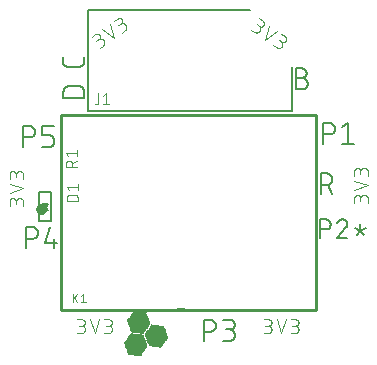
<source format=gbr>
G04 EAGLE Gerber RS-274X export*
G75*
%MOMM*%
%FSLAX34Y34*%
%LPD*%
%INSilkscreen Top*%
%IPPOS*%
%AMOC8*
5,1,8,0,0,1.08239X$1,22.5*%
G01*
%ADD10C,0.101600*%
%ADD11C,0.152400*%
%ADD12C,0.127000*%
%ADD13R,0.014731X0.014731*%
%ADD14R,0.147319X0.014731*%
%ADD15R,0.265175X0.014731*%
%ADD16R,0.383031X0.014731*%
%ADD17R,0.515619X0.014731*%
%ADD18R,0.633475X0.014731*%
%ADD19R,0.751331X0.014731*%
%ADD20R,0.883919X0.014731*%
%ADD21R,1.001775X0.014731*%
%ADD22R,1.119631X0.014731*%
%ADD23R,1.134363X0.014731*%
%ADD24R,1.149094X0.014731*%
%ADD25R,1.163825X0.014731*%
%ADD26R,1.178556X0.014731*%
%ADD27R,1.193288X0.014731*%
%ADD28R,1.222756X0.014731*%
%ADD29R,1.237488X0.014731*%
%ADD30R,1.266950X0.014731*%
%ADD31R,1.281681X0.014731*%
%ADD32R,1.311144X0.014731*%
%ADD33R,1.325881X0.014731*%
%ADD34R,1.355344X0.014731*%
%ADD35R,1.370075X0.014731*%
%ADD36R,1.384806X0.014731*%
%ADD37R,1.399538X0.014731*%
%ADD38R,1.414275X0.014731*%
%ADD39R,1.443738X0.014731*%
%ADD40R,1.458469X0.014731*%
%ADD41R,1.487931X0.014731*%
%ADD42R,1.502663X0.014731*%
%ADD43R,1.517394X0.014731*%
%ADD44R,1.532125X0.014731*%
%ADD45R,1.546856X0.014731*%
%ADD46R,1.576319X0.014731*%
%ADD47R,1.605788X0.014731*%
%ADD48R,1.620519X0.014731*%
%ADD49R,1.649981X0.014731*%
%ADD50R,1.664713X0.014731*%
%ADD51R,1.694175X0.014731*%
%ADD52R,1.708913X0.014731*%
%ADD53R,1.738375X0.014731*%
%ADD54R,1.753106X0.014731*%
%ADD55R,1.767838X0.014731*%
%ADD56R,1.782569X0.014731*%
%ADD57R,1.797306X0.014731*%
%ADD58R,0.117856X0.014731*%
%ADD59R,1.826769X0.014731*%
%ADD60R,0.235713X0.014731*%
%ADD61R,0.353569X0.014731*%
%ADD62R,1.856231X0.014731*%
%ADD63R,0.486156X0.014731*%
%ADD64R,1.870963X0.014731*%
%ADD65R,0.604013X0.014731*%
%ADD66R,0.721869X0.014731*%
%ADD67R,1.885694X0.014731*%
%ADD68R,0.839719X0.014731*%
%ADD69R,0.972306X0.014731*%
%ADD70R,1.090169X0.014731*%
%ADD71R,1.208025X0.014731*%
%ADD72R,1.252219X0.014731*%
%ADD73R,1.296412X0.014731*%
%ADD74R,1.340612X0.014731*%
%ADD75R,1.826763X0.014731*%
%ADD76R,1.414269X0.014731*%
%ADD77R,1.812031X0.014731*%
%ADD78R,1.429000X0.014731*%
%ADD79R,1.458462X0.014731*%
%ADD80R,1.473200X0.014731*%
%ADD81R,1.723644X0.014731*%
%ADD82R,1.694181X0.014731*%
%ADD83R,1.679450X0.014731*%
%ADD84R,1.561594X0.014731*%
%ADD85R,1.576325X0.014731*%
%ADD86R,1.591056X0.014731*%
%ADD87R,1.635250X0.014731*%
%ADD88R,1.561588X0.014731*%
%ADD89R,1.443731X0.014731*%
%ADD90R,1.797300X0.014731*%
%ADD91R,1.841500X0.014731*%
%ADD92R,1.311150X0.014731*%
%ADD93R,1.296419X0.014731*%
%ADD94R,1.193294X0.014731*%
%ADD95R,0.957575X0.014731*%
%ADD96R,0.589281X0.014731*%
%ADD97R,0.471425X0.014731*%
%ADD98R,0.220975X0.014731*%
%ADD99R,1.812038X0.014731*%
%ADD100R,0.103119X0.014731*%
%ADD101R,0.029463X0.014731*%
%ADD102R,0.162050X0.014731*%
%ADD103R,0.397763X0.014731*%
%ADD104R,0.648206X0.014731*%
%ADD105R,1.679444X0.014731*%
%ADD106R,1.016506X0.014731*%
%ADD107R,1.104900X0.014731*%
%ADD108R,1.222750X0.014731*%
%ADD109R,1.429006X0.014731*%
%ADD110R,1.208019X0.014731*%
%ADD111R,0.987044X0.014731*%
%ADD112R,0.854456X0.014731*%
%ADD113R,0.618744X0.014731*%
%ADD114R,0.500888X0.014731*%
%ADD115R,0.368300X0.014731*%
%ADD116R,0.132587X0.014731*%
%ADD117R,1.664719X0.014731*%
%ADD118R,1.075438X0.014731*%
%ADD119R,0.942844X0.014731*%
%ADD120R,0.707131X0.014731*%
%ADD121R,0.456694X0.014731*%
%ADD122R,0.088388X0.014731*%
%ADD123C,0.076200*%
%ADD124C,0.254000*%
%ADD125C,0.500000*%
%ADD126C,0.200000*%


D10*
X398348Y478072D02*
X401006Y476210D01*
X401100Y476147D01*
X401196Y476087D01*
X401294Y476030D01*
X401394Y475977D01*
X401496Y475927D01*
X401600Y475881D01*
X401705Y475839D01*
X401811Y475800D01*
X401919Y475765D01*
X402028Y475734D01*
X402138Y475706D01*
X402249Y475683D01*
X402360Y475663D01*
X402472Y475647D01*
X402585Y475635D01*
X402698Y475627D01*
X402811Y475623D01*
X402925Y475623D01*
X403038Y475627D01*
X403151Y475635D01*
X403264Y475647D01*
X403376Y475663D01*
X403487Y475683D01*
X403598Y475706D01*
X403708Y475734D01*
X403817Y475765D01*
X403925Y475800D01*
X404031Y475839D01*
X404136Y475881D01*
X404240Y475927D01*
X404342Y475977D01*
X404442Y476030D01*
X404540Y476087D01*
X404636Y476147D01*
X404730Y476210D01*
X404821Y476277D01*
X404911Y476346D01*
X404998Y476419D01*
X405082Y476495D01*
X405163Y476574D01*
X405242Y476655D01*
X405318Y476739D01*
X405391Y476826D01*
X405460Y476916D01*
X405527Y477007D01*
X405590Y477101D01*
X405650Y477197D01*
X405707Y477295D01*
X405760Y477395D01*
X405810Y477497D01*
X405856Y477601D01*
X405898Y477706D01*
X405937Y477812D01*
X405972Y477920D01*
X406003Y478029D01*
X406031Y478139D01*
X406054Y478250D01*
X406074Y478361D01*
X406090Y478473D01*
X406102Y478586D01*
X406110Y478699D01*
X406114Y478812D01*
X406114Y478926D01*
X406110Y479039D01*
X406102Y479152D01*
X406090Y479265D01*
X406074Y479377D01*
X406054Y479488D01*
X406031Y479599D01*
X406003Y479709D01*
X405972Y479818D01*
X405937Y479926D01*
X405898Y480032D01*
X405856Y480137D01*
X405810Y480241D01*
X405760Y480343D01*
X405707Y480443D01*
X405650Y480541D01*
X405590Y480637D01*
X405527Y480731D01*
X405460Y480822D01*
X405391Y480912D01*
X405318Y480999D01*
X405242Y481083D01*
X405163Y481164D01*
X405082Y481243D01*
X404998Y481319D01*
X404911Y481392D01*
X404822Y481461D01*
X404730Y481528D01*
X408240Y485409D02*
X405049Y487643D01*
X408239Y485409D02*
X408320Y485349D01*
X408399Y485287D01*
X408476Y485221D01*
X408550Y485153D01*
X408621Y485082D01*
X408689Y485008D01*
X408755Y484931D01*
X408817Y484852D01*
X408877Y484771D01*
X408933Y484687D01*
X408986Y484602D01*
X409035Y484514D01*
X409081Y484425D01*
X409124Y484333D01*
X409163Y484240D01*
X409198Y484146D01*
X409230Y484051D01*
X409258Y483954D01*
X409282Y483856D01*
X409302Y483758D01*
X409319Y483658D01*
X409331Y483558D01*
X409340Y483458D01*
X409345Y483358D01*
X409346Y483257D01*
X409343Y483156D01*
X409336Y483056D01*
X409325Y482956D01*
X409311Y482856D01*
X409292Y482757D01*
X409270Y482659D01*
X409244Y482562D01*
X409214Y482465D01*
X409181Y482371D01*
X409144Y482277D01*
X409103Y482185D01*
X409058Y482094D01*
X409011Y482006D01*
X408959Y481919D01*
X408905Y481835D01*
X408847Y481752D01*
X408786Y481672D01*
X408722Y481594D01*
X408655Y481519D01*
X408586Y481446D01*
X408513Y481377D01*
X408438Y481310D01*
X408360Y481246D01*
X408280Y481185D01*
X408197Y481127D01*
X408113Y481073D01*
X408026Y481021D01*
X407938Y480974D01*
X407847Y480929D01*
X407755Y480888D01*
X407661Y480851D01*
X407567Y480818D01*
X407470Y480788D01*
X407373Y480762D01*
X407275Y480740D01*
X407176Y480721D01*
X407076Y480707D01*
X406976Y480696D01*
X406876Y480689D01*
X406775Y480686D01*
X406674Y480687D01*
X406574Y480692D01*
X406474Y480701D01*
X406374Y480713D01*
X406274Y480730D01*
X406176Y480750D01*
X406078Y480774D01*
X405981Y480802D01*
X405886Y480834D01*
X405792Y480869D01*
X405699Y480908D01*
X405607Y480951D01*
X405518Y480997D01*
X405430Y481046D01*
X405345Y481099D01*
X405261Y481155D01*
X403134Y482645D01*
X413880Y481459D02*
X410369Y469654D01*
X420261Y476992D01*
X417073Y464960D02*
X419732Y463098D01*
X419826Y463035D01*
X419922Y462975D01*
X420020Y462918D01*
X420120Y462865D01*
X420222Y462815D01*
X420326Y462769D01*
X420431Y462727D01*
X420537Y462688D01*
X420645Y462653D01*
X420754Y462622D01*
X420864Y462594D01*
X420975Y462571D01*
X421086Y462551D01*
X421198Y462535D01*
X421311Y462523D01*
X421424Y462515D01*
X421537Y462511D01*
X421651Y462511D01*
X421764Y462515D01*
X421877Y462523D01*
X421990Y462535D01*
X422102Y462551D01*
X422213Y462571D01*
X422324Y462594D01*
X422434Y462622D01*
X422543Y462653D01*
X422651Y462688D01*
X422757Y462727D01*
X422862Y462769D01*
X422966Y462815D01*
X423068Y462865D01*
X423168Y462918D01*
X423266Y462975D01*
X423362Y463035D01*
X423456Y463098D01*
X423547Y463165D01*
X423637Y463234D01*
X423724Y463307D01*
X423808Y463383D01*
X423889Y463462D01*
X423968Y463543D01*
X424044Y463627D01*
X424117Y463714D01*
X424186Y463804D01*
X424253Y463895D01*
X424316Y463989D01*
X424376Y464085D01*
X424433Y464183D01*
X424486Y464283D01*
X424536Y464385D01*
X424582Y464489D01*
X424624Y464594D01*
X424663Y464700D01*
X424698Y464808D01*
X424729Y464917D01*
X424757Y465027D01*
X424780Y465138D01*
X424800Y465249D01*
X424816Y465361D01*
X424828Y465474D01*
X424836Y465587D01*
X424840Y465700D01*
X424840Y465814D01*
X424836Y465927D01*
X424828Y466040D01*
X424816Y466153D01*
X424800Y466265D01*
X424780Y466376D01*
X424757Y466487D01*
X424729Y466597D01*
X424698Y466706D01*
X424663Y466814D01*
X424624Y466920D01*
X424582Y467025D01*
X424536Y467129D01*
X424486Y467231D01*
X424433Y467331D01*
X424376Y467429D01*
X424316Y467525D01*
X424253Y467619D01*
X424186Y467710D01*
X424117Y467800D01*
X424044Y467887D01*
X423968Y467971D01*
X423889Y468052D01*
X423808Y468131D01*
X423724Y468207D01*
X423637Y468280D01*
X423548Y468349D01*
X423456Y468416D01*
X426965Y472297D02*
X423775Y474531D01*
X426965Y472297D02*
X427046Y472237D01*
X427125Y472175D01*
X427202Y472109D01*
X427276Y472041D01*
X427347Y471970D01*
X427415Y471896D01*
X427481Y471819D01*
X427543Y471740D01*
X427603Y471659D01*
X427659Y471575D01*
X427712Y471490D01*
X427761Y471402D01*
X427807Y471313D01*
X427850Y471221D01*
X427889Y471128D01*
X427924Y471034D01*
X427956Y470939D01*
X427984Y470842D01*
X428008Y470744D01*
X428028Y470646D01*
X428045Y470546D01*
X428057Y470446D01*
X428066Y470346D01*
X428071Y470246D01*
X428072Y470145D01*
X428069Y470044D01*
X428062Y469944D01*
X428051Y469844D01*
X428037Y469744D01*
X428018Y469645D01*
X427996Y469547D01*
X427970Y469450D01*
X427940Y469353D01*
X427907Y469259D01*
X427870Y469165D01*
X427829Y469073D01*
X427784Y468982D01*
X427737Y468894D01*
X427685Y468807D01*
X427631Y468723D01*
X427573Y468640D01*
X427512Y468560D01*
X427448Y468482D01*
X427381Y468407D01*
X427312Y468334D01*
X427239Y468265D01*
X427164Y468198D01*
X427086Y468134D01*
X427006Y468073D01*
X426923Y468015D01*
X426839Y467961D01*
X426752Y467909D01*
X426664Y467862D01*
X426573Y467817D01*
X426481Y467776D01*
X426387Y467739D01*
X426293Y467706D01*
X426196Y467676D01*
X426099Y467650D01*
X426001Y467628D01*
X425902Y467609D01*
X425802Y467595D01*
X425702Y467584D01*
X425602Y467577D01*
X425501Y467574D01*
X425400Y467575D01*
X425300Y467580D01*
X425200Y467589D01*
X425100Y467601D01*
X425000Y467618D01*
X424902Y467638D01*
X424804Y467662D01*
X424707Y467690D01*
X424612Y467722D01*
X424518Y467757D01*
X424425Y467796D01*
X424333Y467839D01*
X424244Y467885D01*
X424156Y467934D01*
X424071Y467987D01*
X423987Y468043D01*
X421860Y469533D01*
X497242Y334770D02*
X497242Y331524D01*
X497242Y334770D02*
X497240Y334883D01*
X497234Y334996D01*
X497224Y335109D01*
X497210Y335222D01*
X497193Y335334D01*
X497171Y335445D01*
X497146Y335555D01*
X497116Y335665D01*
X497083Y335773D01*
X497046Y335880D01*
X497006Y335986D01*
X496961Y336090D01*
X496913Y336193D01*
X496862Y336294D01*
X496807Y336393D01*
X496749Y336490D01*
X496687Y336585D01*
X496622Y336678D01*
X496554Y336768D01*
X496483Y336856D01*
X496408Y336942D01*
X496331Y337025D01*
X496251Y337105D01*
X496168Y337182D01*
X496082Y337257D01*
X495994Y337328D01*
X495904Y337396D01*
X495811Y337461D01*
X495716Y337523D01*
X495619Y337581D01*
X495520Y337636D01*
X495419Y337687D01*
X495316Y337735D01*
X495212Y337780D01*
X495106Y337820D01*
X494999Y337857D01*
X494891Y337890D01*
X494781Y337920D01*
X494671Y337945D01*
X494560Y337967D01*
X494448Y337984D01*
X494335Y337998D01*
X494222Y338008D01*
X494109Y338014D01*
X493996Y338016D01*
X493883Y338014D01*
X493770Y338008D01*
X493657Y337998D01*
X493544Y337984D01*
X493432Y337967D01*
X493321Y337945D01*
X493211Y337920D01*
X493101Y337890D01*
X492993Y337857D01*
X492886Y337820D01*
X492780Y337780D01*
X492676Y337735D01*
X492573Y337687D01*
X492472Y337636D01*
X492373Y337581D01*
X492276Y337523D01*
X492181Y337461D01*
X492088Y337396D01*
X491998Y337328D01*
X491910Y337257D01*
X491824Y337182D01*
X491741Y337105D01*
X491661Y337025D01*
X491584Y336942D01*
X491509Y336856D01*
X491438Y336768D01*
X491370Y336678D01*
X491305Y336585D01*
X491243Y336490D01*
X491185Y336393D01*
X491130Y336294D01*
X491079Y336193D01*
X491031Y336090D01*
X490986Y335986D01*
X490946Y335880D01*
X490909Y335773D01*
X490876Y335665D01*
X490846Y335555D01*
X490821Y335445D01*
X490799Y335334D01*
X490782Y335222D01*
X490768Y335109D01*
X490758Y334996D01*
X490752Y334883D01*
X490750Y334770D01*
X485558Y335419D02*
X485558Y331524D01*
X485558Y335419D02*
X485560Y335520D01*
X485566Y335620D01*
X485576Y335720D01*
X485589Y335820D01*
X485607Y335919D01*
X485628Y336018D01*
X485653Y336115D01*
X485682Y336212D01*
X485715Y336307D01*
X485751Y336401D01*
X485791Y336493D01*
X485834Y336584D01*
X485881Y336673D01*
X485931Y336760D01*
X485985Y336846D01*
X486042Y336929D01*
X486102Y337009D01*
X486165Y337088D01*
X486232Y337164D01*
X486301Y337237D01*
X486373Y337307D01*
X486447Y337375D01*
X486524Y337440D01*
X486604Y337501D01*
X486686Y337560D01*
X486770Y337615D01*
X486856Y337667D01*
X486944Y337716D01*
X487034Y337761D01*
X487126Y337803D01*
X487219Y337841D01*
X487314Y337875D01*
X487409Y337906D01*
X487506Y337933D01*
X487604Y337956D01*
X487703Y337976D01*
X487803Y337991D01*
X487903Y338003D01*
X488003Y338011D01*
X488104Y338015D01*
X488204Y338015D01*
X488305Y338011D01*
X488405Y338003D01*
X488505Y337991D01*
X488605Y337976D01*
X488704Y337956D01*
X488802Y337933D01*
X488899Y337906D01*
X488994Y337875D01*
X489089Y337841D01*
X489182Y337803D01*
X489274Y337761D01*
X489364Y337716D01*
X489452Y337667D01*
X489538Y337615D01*
X489622Y337560D01*
X489704Y337501D01*
X489784Y337440D01*
X489861Y337375D01*
X489935Y337307D01*
X490007Y337237D01*
X490076Y337164D01*
X490143Y337088D01*
X490206Y337009D01*
X490266Y336929D01*
X490323Y336846D01*
X490377Y336760D01*
X490427Y336673D01*
X490474Y336584D01*
X490517Y336493D01*
X490557Y336401D01*
X490593Y336307D01*
X490626Y336212D01*
X490655Y336115D01*
X490680Y336018D01*
X490701Y335919D01*
X490719Y335820D01*
X490732Y335720D01*
X490742Y335620D01*
X490748Y335520D01*
X490750Y335419D01*
X490751Y335419D02*
X490751Y332823D01*
X485558Y342305D02*
X497242Y346200D01*
X485558Y350095D01*
X497242Y354384D02*
X497242Y357630D01*
X497240Y357743D01*
X497234Y357856D01*
X497224Y357969D01*
X497210Y358082D01*
X497193Y358194D01*
X497171Y358305D01*
X497146Y358415D01*
X497116Y358525D01*
X497083Y358633D01*
X497046Y358740D01*
X497006Y358846D01*
X496961Y358950D01*
X496913Y359053D01*
X496862Y359154D01*
X496807Y359253D01*
X496749Y359350D01*
X496687Y359445D01*
X496622Y359538D01*
X496554Y359628D01*
X496483Y359716D01*
X496408Y359802D01*
X496331Y359885D01*
X496251Y359965D01*
X496168Y360042D01*
X496082Y360117D01*
X495994Y360188D01*
X495904Y360256D01*
X495811Y360321D01*
X495716Y360383D01*
X495619Y360441D01*
X495520Y360496D01*
X495419Y360547D01*
X495316Y360595D01*
X495212Y360640D01*
X495106Y360680D01*
X494999Y360717D01*
X494891Y360750D01*
X494781Y360780D01*
X494671Y360805D01*
X494560Y360827D01*
X494448Y360844D01*
X494335Y360858D01*
X494222Y360868D01*
X494109Y360874D01*
X493996Y360876D01*
X493883Y360874D01*
X493770Y360868D01*
X493657Y360858D01*
X493544Y360844D01*
X493432Y360827D01*
X493321Y360805D01*
X493211Y360780D01*
X493101Y360750D01*
X492993Y360717D01*
X492886Y360680D01*
X492780Y360640D01*
X492676Y360595D01*
X492573Y360547D01*
X492472Y360496D01*
X492373Y360441D01*
X492276Y360383D01*
X492181Y360321D01*
X492088Y360256D01*
X491998Y360188D01*
X491910Y360117D01*
X491824Y360042D01*
X491741Y359965D01*
X491661Y359885D01*
X491584Y359802D01*
X491509Y359716D01*
X491438Y359628D01*
X491370Y359538D01*
X491305Y359445D01*
X491243Y359350D01*
X491185Y359253D01*
X491130Y359154D01*
X491079Y359053D01*
X491031Y358950D01*
X490986Y358846D01*
X490946Y358740D01*
X490909Y358633D01*
X490876Y358525D01*
X490846Y358415D01*
X490821Y358305D01*
X490799Y358194D01*
X490782Y358082D01*
X490768Y357969D01*
X490758Y357856D01*
X490752Y357743D01*
X490750Y357630D01*
X485558Y358279D02*
X485558Y354384D01*
X485558Y358279D02*
X485560Y358380D01*
X485566Y358480D01*
X485576Y358580D01*
X485589Y358680D01*
X485607Y358779D01*
X485628Y358878D01*
X485653Y358975D01*
X485682Y359072D01*
X485715Y359167D01*
X485751Y359261D01*
X485791Y359353D01*
X485834Y359444D01*
X485881Y359533D01*
X485931Y359620D01*
X485985Y359706D01*
X486042Y359789D01*
X486102Y359869D01*
X486165Y359948D01*
X486232Y360024D01*
X486301Y360097D01*
X486373Y360167D01*
X486447Y360235D01*
X486524Y360300D01*
X486604Y360361D01*
X486686Y360420D01*
X486770Y360475D01*
X486856Y360527D01*
X486944Y360576D01*
X487034Y360621D01*
X487126Y360663D01*
X487219Y360701D01*
X487314Y360735D01*
X487409Y360766D01*
X487506Y360793D01*
X487604Y360816D01*
X487703Y360836D01*
X487803Y360851D01*
X487903Y360863D01*
X488003Y360871D01*
X488104Y360875D01*
X488204Y360875D01*
X488305Y360871D01*
X488405Y360863D01*
X488505Y360851D01*
X488605Y360836D01*
X488704Y360816D01*
X488802Y360793D01*
X488899Y360766D01*
X488994Y360735D01*
X489089Y360701D01*
X489182Y360663D01*
X489274Y360621D01*
X489364Y360576D01*
X489452Y360527D01*
X489538Y360475D01*
X489622Y360420D01*
X489704Y360361D01*
X489784Y360300D01*
X489861Y360235D01*
X489935Y360167D01*
X490007Y360097D01*
X490076Y360024D01*
X490143Y359948D01*
X490206Y359869D01*
X490266Y359789D01*
X490323Y359706D01*
X490377Y359620D01*
X490427Y359533D01*
X490474Y359444D01*
X490517Y359353D01*
X490557Y359261D01*
X490593Y359167D01*
X490626Y359072D01*
X490655Y358975D01*
X490680Y358878D01*
X490701Y358779D01*
X490719Y358680D01*
X490732Y358580D01*
X490742Y358480D01*
X490748Y358380D01*
X490750Y358279D01*
X490751Y358279D02*
X490751Y355683D01*
X412450Y221008D02*
X409204Y221008D01*
X412450Y221008D02*
X412563Y221010D01*
X412676Y221016D01*
X412789Y221026D01*
X412902Y221040D01*
X413014Y221057D01*
X413125Y221079D01*
X413235Y221104D01*
X413345Y221134D01*
X413453Y221167D01*
X413560Y221204D01*
X413666Y221244D01*
X413770Y221289D01*
X413873Y221337D01*
X413974Y221388D01*
X414073Y221443D01*
X414170Y221501D01*
X414265Y221563D01*
X414358Y221628D01*
X414448Y221696D01*
X414536Y221767D01*
X414622Y221842D01*
X414705Y221919D01*
X414785Y221999D01*
X414862Y222082D01*
X414937Y222168D01*
X415008Y222256D01*
X415076Y222346D01*
X415141Y222439D01*
X415203Y222534D01*
X415261Y222631D01*
X415316Y222730D01*
X415367Y222831D01*
X415415Y222934D01*
X415460Y223038D01*
X415500Y223144D01*
X415537Y223251D01*
X415570Y223359D01*
X415600Y223469D01*
X415625Y223579D01*
X415647Y223690D01*
X415664Y223802D01*
X415678Y223915D01*
X415688Y224028D01*
X415694Y224141D01*
X415696Y224254D01*
X415694Y224367D01*
X415688Y224480D01*
X415678Y224593D01*
X415664Y224706D01*
X415647Y224818D01*
X415625Y224929D01*
X415600Y225039D01*
X415570Y225149D01*
X415537Y225257D01*
X415500Y225364D01*
X415460Y225470D01*
X415415Y225574D01*
X415367Y225677D01*
X415316Y225778D01*
X415261Y225877D01*
X415203Y225974D01*
X415141Y226069D01*
X415076Y226162D01*
X415008Y226252D01*
X414937Y226340D01*
X414862Y226426D01*
X414785Y226509D01*
X414705Y226589D01*
X414622Y226666D01*
X414536Y226741D01*
X414448Y226812D01*
X414358Y226880D01*
X414265Y226945D01*
X414170Y227007D01*
X414073Y227065D01*
X413974Y227120D01*
X413873Y227171D01*
X413770Y227219D01*
X413666Y227264D01*
X413560Y227304D01*
X413453Y227341D01*
X413345Y227374D01*
X413235Y227404D01*
X413125Y227429D01*
X413014Y227451D01*
X412902Y227468D01*
X412789Y227482D01*
X412676Y227492D01*
X412563Y227498D01*
X412450Y227500D01*
X413099Y232692D02*
X409204Y232692D01*
X413099Y232692D02*
X413200Y232690D01*
X413300Y232684D01*
X413400Y232674D01*
X413500Y232661D01*
X413599Y232643D01*
X413698Y232622D01*
X413795Y232597D01*
X413892Y232568D01*
X413987Y232535D01*
X414081Y232499D01*
X414173Y232459D01*
X414264Y232416D01*
X414353Y232369D01*
X414440Y232319D01*
X414526Y232265D01*
X414609Y232208D01*
X414689Y232148D01*
X414768Y232085D01*
X414844Y232018D01*
X414917Y231949D01*
X414987Y231877D01*
X415055Y231803D01*
X415120Y231726D01*
X415181Y231646D01*
X415240Y231564D01*
X415295Y231480D01*
X415347Y231394D01*
X415396Y231306D01*
X415441Y231216D01*
X415483Y231124D01*
X415521Y231031D01*
X415555Y230936D01*
X415586Y230841D01*
X415613Y230744D01*
X415636Y230646D01*
X415656Y230547D01*
X415671Y230447D01*
X415683Y230347D01*
X415691Y230247D01*
X415695Y230146D01*
X415695Y230046D01*
X415691Y229945D01*
X415683Y229845D01*
X415671Y229745D01*
X415656Y229645D01*
X415636Y229546D01*
X415613Y229448D01*
X415586Y229351D01*
X415555Y229256D01*
X415521Y229161D01*
X415483Y229068D01*
X415441Y228976D01*
X415396Y228886D01*
X415347Y228798D01*
X415295Y228712D01*
X415240Y228628D01*
X415181Y228546D01*
X415120Y228466D01*
X415055Y228389D01*
X414987Y228315D01*
X414917Y228243D01*
X414844Y228174D01*
X414768Y228107D01*
X414689Y228044D01*
X414609Y227984D01*
X414526Y227927D01*
X414440Y227873D01*
X414353Y227823D01*
X414264Y227776D01*
X414173Y227733D01*
X414081Y227693D01*
X413987Y227657D01*
X413892Y227624D01*
X413795Y227595D01*
X413698Y227570D01*
X413599Y227549D01*
X413500Y227531D01*
X413400Y227518D01*
X413300Y227508D01*
X413200Y227502D01*
X413099Y227500D01*
X413099Y227499D02*
X410503Y227499D01*
X419985Y232692D02*
X423880Y221008D01*
X427775Y232692D01*
X432064Y221008D02*
X435310Y221008D01*
X435423Y221010D01*
X435536Y221016D01*
X435649Y221026D01*
X435762Y221040D01*
X435874Y221057D01*
X435985Y221079D01*
X436095Y221104D01*
X436205Y221134D01*
X436313Y221167D01*
X436420Y221204D01*
X436526Y221244D01*
X436630Y221289D01*
X436733Y221337D01*
X436834Y221388D01*
X436933Y221443D01*
X437030Y221501D01*
X437125Y221563D01*
X437218Y221628D01*
X437308Y221696D01*
X437396Y221767D01*
X437482Y221842D01*
X437565Y221919D01*
X437645Y221999D01*
X437722Y222082D01*
X437797Y222168D01*
X437868Y222256D01*
X437936Y222346D01*
X438001Y222439D01*
X438063Y222534D01*
X438121Y222631D01*
X438176Y222730D01*
X438227Y222831D01*
X438275Y222934D01*
X438320Y223038D01*
X438360Y223144D01*
X438397Y223251D01*
X438430Y223359D01*
X438460Y223469D01*
X438485Y223579D01*
X438507Y223690D01*
X438524Y223802D01*
X438538Y223915D01*
X438548Y224028D01*
X438554Y224141D01*
X438556Y224254D01*
X438554Y224367D01*
X438548Y224480D01*
X438538Y224593D01*
X438524Y224706D01*
X438507Y224818D01*
X438485Y224929D01*
X438460Y225039D01*
X438430Y225149D01*
X438397Y225257D01*
X438360Y225364D01*
X438320Y225470D01*
X438275Y225574D01*
X438227Y225677D01*
X438176Y225778D01*
X438121Y225877D01*
X438063Y225974D01*
X438001Y226069D01*
X437936Y226162D01*
X437868Y226252D01*
X437797Y226340D01*
X437722Y226426D01*
X437645Y226509D01*
X437565Y226589D01*
X437482Y226666D01*
X437396Y226741D01*
X437308Y226812D01*
X437218Y226880D01*
X437125Y226945D01*
X437030Y227007D01*
X436933Y227065D01*
X436834Y227120D01*
X436733Y227171D01*
X436630Y227219D01*
X436526Y227264D01*
X436420Y227304D01*
X436313Y227341D01*
X436205Y227374D01*
X436095Y227404D01*
X435985Y227429D01*
X435874Y227451D01*
X435762Y227468D01*
X435649Y227482D01*
X435536Y227492D01*
X435423Y227498D01*
X435310Y227500D01*
X435959Y232692D02*
X432064Y232692D01*
X435959Y232692D02*
X436060Y232690D01*
X436160Y232684D01*
X436260Y232674D01*
X436360Y232661D01*
X436459Y232643D01*
X436558Y232622D01*
X436655Y232597D01*
X436752Y232568D01*
X436847Y232535D01*
X436941Y232499D01*
X437033Y232459D01*
X437124Y232416D01*
X437213Y232369D01*
X437300Y232319D01*
X437386Y232265D01*
X437469Y232208D01*
X437549Y232148D01*
X437628Y232085D01*
X437704Y232018D01*
X437777Y231949D01*
X437847Y231877D01*
X437915Y231803D01*
X437980Y231726D01*
X438041Y231646D01*
X438100Y231564D01*
X438155Y231480D01*
X438207Y231394D01*
X438256Y231306D01*
X438301Y231216D01*
X438343Y231124D01*
X438381Y231031D01*
X438415Y230936D01*
X438446Y230841D01*
X438473Y230744D01*
X438496Y230646D01*
X438516Y230547D01*
X438531Y230447D01*
X438543Y230347D01*
X438551Y230247D01*
X438555Y230146D01*
X438555Y230046D01*
X438551Y229945D01*
X438543Y229845D01*
X438531Y229745D01*
X438516Y229645D01*
X438496Y229546D01*
X438473Y229448D01*
X438446Y229351D01*
X438415Y229256D01*
X438381Y229161D01*
X438343Y229068D01*
X438301Y228976D01*
X438256Y228886D01*
X438207Y228798D01*
X438155Y228712D01*
X438100Y228628D01*
X438041Y228546D01*
X437980Y228466D01*
X437915Y228389D01*
X437847Y228315D01*
X437777Y228243D01*
X437704Y228174D01*
X437628Y228107D01*
X437549Y228044D01*
X437469Y227984D01*
X437386Y227927D01*
X437300Y227873D01*
X437213Y227823D01*
X437124Y227776D01*
X437033Y227733D01*
X436941Y227693D01*
X436847Y227657D01*
X436752Y227624D01*
X436655Y227595D01*
X436558Y227570D01*
X436459Y227549D01*
X436360Y227531D01*
X436260Y227518D01*
X436160Y227508D01*
X436060Y227502D01*
X435959Y227500D01*
X435959Y227499D02*
X433363Y227499D01*
X254550Y221008D02*
X251304Y221008D01*
X254550Y221008D02*
X254663Y221010D01*
X254776Y221016D01*
X254889Y221026D01*
X255002Y221040D01*
X255114Y221057D01*
X255225Y221079D01*
X255335Y221104D01*
X255445Y221134D01*
X255553Y221167D01*
X255660Y221204D01*
X255766Y221244D01*
X255870Y221289D01*
X255973Y221337D01*
X256074Y221388D01*
X256173Y221443D01*
X256270Y221501D01*
X256365Y221563D01*
X256458Y221628D01*
X256548Y221696D01*
X256636Y221767D01*
X256722Y221842D01*
X256805Y221919D01*
X256885Y221999D01*
X256962Y222082D01*
X257037Y222168D01*
X257108Y222256D01*
X257176Y222346D01*
X257241Y222439D01*
X257303Y222534D01*
X257361Y222631D01*
X257416Y222730D01*
X257467Y222831D01*
X257515Y222934D01*
X257560Y223038D01*
X257600Y223144D01*
X257637Y223251D01*
X257670Y223359D01*
X257700Y223469D01*
X257725Y223579D01*
X257747Y223690D01*
X257764Y223802D01*
X257778Y223915D01*
X257788Y224028D01*
X257794Y224141D01*
X257796Y224254D01*
X257794Y224367D01*
X257788Y224480D01*
X257778Y224593D01*
X257764Y224706D01*
X257747Y224818D01*
X257725Y224929D01*
X257700Y225039D01*
X257670Y225149D01*
X257637Y225257D01*
X257600Y225364D01*
X257560Y225470D01*
X257515Y225574D01*
X257467Y225677D01*
X257416Y225778D01*
X257361Y225877D01*
X257303Y225974D01*
X257241Y226069D01*
X257176Y226162D01*
X257108Y226252D01*
X257037Y226340D01*
X256962Y226426D01*
X256885Y226509D01*
X256805Y226589D01*
X256722Y226666D01*
X256636Y226741D01*
X256548Y226812D01*
X256458Y226880D01*
X256365Y226945D01*
X256270Y227007D01*
X256173Y227065D01*
X256074Y227120D01*
X255973Y227171D01*
X255870Y227219D01*
X255766Y227264D01*
X255660Y227304D01*
X255553Y227341D01*
X255445Y227374D01*
X255335Y227404D01*
X255225Y227429D01*
X255114Y227451D01*
X255002Y227468D01*
X254889Y227482D01*
X254776Y227492D01*
X254663Y227498D01*
X254550Y227500D01*
X255199Y232692D02*
X251304Y232692D01*
X255199Y232692D02*
X255300Y232690D01*
X255400Y232684D01*
X255500Y232674D01*
X255600Y232661D01*
X255699Y232643D01*
X255798Y232622D01*
X255895Y232597D01*
X255992Y232568D01*
X256087Y232535D01*
X256181Y232499D01*
X256273Y232459D01*
X256364Y232416D01*
X256453Y232369D01*
X256540Y232319D01*
X256626Y232265D01*
X256709Y232208D01*
X256789Y232148D01*
X256868Y232085D01*
X256944Y232018D01*
X257017Y231949D01*
X257087Y231877D01*
X257155Y231803D01*
X257220Y231726D01*
X257281Y231646D01*
X257340Y231564D01*
X257395Y231480D01*
X257447Y231394D01*
X257496Y231306D01*
X257541Y231216D01*
X257583Y231124D01*
X257621Y231031D01*
X257655Y230936D01*
X257686Y230841D01*
X257713Y230744D01*
X257736Y230646D01*
X257756Y230547D01*
X257771Y230447D01*
X257783Y230347D01*
X257791Y230247D01*
X257795Y230146D01*
X257795Y230046D01*
X257791Y229945D01*
X257783Y229845D01*
X257771Y229745D01*
X257756Y229645D01*
X257736Y229546D01*
X257713Y229448D01*
X257686Y229351D01*
X257655Y229256D01*
X257621Y229161D01*
X257583Y229068D01*
X257541Y228976D01*
X257496Y228886D01*
X257447Y228798D01*
X257395Y228712D01*
X257340Y228628D01*
X257281Y228546D01*
X257220Y228466D01*
X257155Y228389D01*
X257087Y228315D01*
X257017Y228243D01*
X256944Y228174D01*
X256868Y228107D01*
X256789Y228044D01*
X256709Y227984D01*
X256626Y227927D01*
X256540Y227873D01*
X256453Y227823D01*
X256364Y227776D01*
X256273Y227733D01*
X256181Y227693D01*
X256087Y227657D01*
X255992Y227624D01*
X255895Y227595D01*
X255798Y227570D01*
X255699Y227549D01*
X255600Y227531D01*
X255500Y227518D01*
X255400Y227508D01*
X255300Y227502D01*
X255199Y227500D01*
X255199Y227499D02*
X252603Y227499D01*
X262085Y232692D02*
X265980Y221008D01*
X269875Y232692D01*
X274164Y221008D02*
X277410Y221008D01*
X277523Y221010D01*
X277636Y221016D01*
X277749Y221026D01*
X277862Y221040D01*
X277974Y221057D01*
X278085Y221079D01*
X278195Y221104D01*
X278305Y221134D01*
X278413Y221167D01*
X278520Y221204D01*
X278626Y221244D01*
X278730Y221289D01*
X278833Y221337D01*
X278934Y221388D01*
X279033Y221443D01*
X279130Y221501D01*
X279225Y221563D01*
X279318Y221628D01*
X279408Y221696D01*
X279496Y221767D01*
X279582Y221842D01*
X279665Y221919D01*
X279745Y221999D01*
X279822Y222082D01*
X279897Y222168D01*
X279968Y222256D01*
X280036Y222346D01*
X280101Y222439D01*
X280163Y222534D01*
X280221Y222631D01*
X280276Y222730D01*
X280327Y222831D01*
X280375Y222934D01*
X280420Y223038D01*
X280460Y223144D01*
X280497Y223251D01*
X280530Y223359D01*
X280560Y223469D01*
X280585Y223579D01*
X280607Y223690D01*
X280624Y223802D01*
X280638Y223915D01*
X280648Y224028D01*
X280654Y224141D01*
X280656Y224254D01*
X280654Y224367D01*
X280648Y224480D01*
X280638Y224593D01*
X280624Y224706D01*
X280607Y224818D01*
X280585Y224929D01*
X280560Y225039D01*
X280530Y225149D01*
X280497Y225257D01*
X280460Y225364D01*
X280420Y225470D01*
X280375Y225574D01*
X280327Y225677D01*
X280276Y225778D01*
X280221Y225877D01*
X280163Y225974D01*
X280101Y226069D01*
X280036Y226162D01*
X279968Y226252D01*
X279897Y226340D01*
X279822Y226426D01*
X279745Y226509D01*
X279665Y226589D01*
X279582Y226666D01*
X279496Y226741D01*
X279408Y226812D01*
X279318Y226880D01*
X279225Y226945D01*
X279130Y227007D01*
X279033Y227065D01*
X278934Y227120D01*
X278833Y227171D01*
X278730Y227219D01*
X278626Y227264D01*
X278520Y227304D01*
X278413Y227341D01*
X278305Y227374D01*
X278195Y227404D01*
X278085Y227429D01*
X277974Y227451D01*
X277862Y227468D01*
X277749Y227482D01*
X277636Y227492D01*
X277523Y227498D01*
X277410Y227500D01*
X278059Y232692D02*
X274164Y232692D01*
X278059Y232692D02*
X278160Y232690D01*
X278260Y232684D01*
X278360Y232674D01*
X278460Y232661D01*
X278559Y232643D01*
X278658Y232622D01*
X278755Y232597D01*
X278852Y232568D01*
X278947Y232535D01*
X279041Y232499D01*
X279133Y232459D01*
X279224Y232416D01*
X279313Y232369D01*
X279400Y232319D01*
X279486Y232265D01*
X279569Y232208D01*
X279649Y232148D01*
X279728Y232085D01*
X279804Y232018D01*
X279877Y231949D01*
X279947Y231877D01*
X280015Y231803D01*
X280080Y231726D01*
X280141Y231646D01*
X280200Y231564D01*
X280255Y231480D01*
X280307Y231394D01*
X280356Y231306D01*
X280401Y231216D01*
X280443Y231124D01*
X280481Y231031D01*
X280515Y230936D01*
X280546Y230841D01*
X280573Y230744D01*
X280596Y230646D01*
X280616Y230547D01*
X280631Y230447D01*
X280643Y230347D01*
X280651Y230247D01*
X280655Y230146D01*
X280655Y230046D01*
X280651Y229945D01*
X280643Y229845D01*
X280631Y229745D01*
X280616Y229645D01*
X280596Y229546D01*
X280573Y229448D01*
X280546Y229351D01*
X280515Y229256D01*
X280481Y229161D01*
X280443Y229068D01*
X280401Y228976D01*
X280356Y228886D01*
X280307Y228798D01*
X280255Y228712D01*
X280200Y228628D01*
X280141Y228546D01*
X280080Y228466D01*
X280015Y228389D01*
X279947Y228315D01*
X279877Y228243D01*
X279804Y228174D01*
X279728Y228107D01*
X279649Y228044D01*
X279569Y227984D01*
X279486Y227927D01*
X279400Y227873D01*
X279313Y227823D01*
X279224Y227776D01*
X279133Y227733D01*
X279041Y227693D01*
X278947Y227657D01*
X278852Y227624D01*
X278755Y227595D01*
X278658Y227570D01*
X278559Y227549D01*
X278460Y227531D01*
X278360Y227518D01*
X278260Y227508D01*
X278160Y227502D01*
X278059Y227500D01*
X278059Y227499D02*
X275463Y227499D01*
X205572Y328984D02*
X205572Y332230D01*
X205570Y332343D01*
X205564Y332456D01*
X205554Y332569D01*
X205540Y332682D01*
X205523Y332794D01*
X205501Y332905D01*
X205476Y333015D01*
X205446Y333125D01*
X205413Y333233D01*
X205376Y333340D01*
X205336Y333446D01*
X205291Y333550D01*
X205243Y333653D01*
X205192Y333754D01*
X205137Y333853D01*
X205079Y333950D01*
X205017Y334045D01*
X204952Y334138D01*
X204884Y334228D01*
X204813Y334316D01*
X204738Y334402D01*
X204661Y334485D01*
X204581Y334565D01*
X204498Y334642D01*
X204412Y334717D01*
X204324Y334788D01*
X204234Y334856D01*
X204141Y334921D01*
X204046Y334983D01*
X203949Y335041D01*
X203850Y335096D01*
X203749Y335147D01*
X203646Y335195D01*
X203542Y335240D01*
X203436Y335280D01*
X203329Y335317D01*
X203221Y335350D01*
X203111Y335380D01*
X203001Y335405D01*
X202890Y335427D01*
X202778Y335444D01*
X202665Y335458D01*
X202552Y335468D01*
X202439Y335474D01*
X202326Y335476D01*
X202213Y335474D01*
X202100Y335468D01*
X201987Y335458D01*
X201874Y335444D01*
X201762Y335427D01*
X201651Y335405D01*
X201541Y335380D01*
X201431Y335350D01*
X201323Y335317D01*
X201216Y335280D01*
X201110Y335240D01*
X201006Y335195D01*
X200903Y335147D01*
X200802Y335096D01*
X200703Y335041D01*
X200606Y334983D01*
X200511Y334921D01*
X200418Y334856D01*
X200328Y334788D01*
X200240Y334717D01*
X200154Y334642D01*
X200071Y334565D01*
X199991Y334485D01*
X199914Y334402D01*
X199839Y334316D01*
X199768Y334228D01*
X199700Y334138D01*
X199635Y334045D01*
X199573Y333950D01*
X199515Y333853D01*
X199460Y333754D01*
X199409Y333653D01*
X199361Y333550D01*
X199316Y333446D01*
X199276Y333340D01*
X199239Y333233D01*
X199206Y333125D01*
X199176Y333015D01*
X199151Y332905D01*
X199129Y332794D01*
X199112Y332682D01*
X199098Y332569D01*
X199088Y332456D01*
X199082Y332343D01*
X199080Y332230D01*
X193888Y332879D02*
X193888Y328984D01*
X193888Y332879D02*
X193890Y332980D01*
X193896Y333080D01*
X193906Y333180D01*
X193919Y333280D01*
X193937Y333379D01*
X193958Y333478D01*
X193983Y333575D01*
X194012Y333672D01*
X194045Y333767D01*
X194081Y333861D01*
X194121Y333953D01*
X194164Y334044D01*
X194211Y334133D01*
X194261Y334220D01*
X194315Y334306D01*
X194372Y334389D01*
X194432Y334469D01*
X194495Y334548D01*
X194562Y334624D01*
X194631Y334697D01*
X194703Y334767D01*
X194777Y334835D01*
X194854Y334900D01*
X194934Y334961D01*
X195016Y335020D01*
X195100Y335075D01*
X195186Y335127D01*
X195274Y335176D01*
X195364Y335221D01*
X195456Y335263D01*
X195549Y335301D01*
X195644Y335335D01*
X195739Y335366D01*
X195836Y335393D01*
X195934Y335416D01*
X196033Y335436D01*
X196133Y335451D01*
X196233Y335463D01*
X196333Y335471D01*
X196434Y335475D01*
X196534Y335475D01*
X196635Y335471D01*
X196735Y335463D01*
X196835Y335451D01*
X196935Y335436D01*
X197034Y335416D01*
X197132Y335393D01*
X197229Y335366D01*
X197324Y335335D01*
X197419Y335301D01*
X197512Y335263D01*
X197604Y335221D01*
X197694Y335176D01*
X197782Y335127D01*
X197868Y335075D01*
X197952Y335020D01*
X198034Y334961D01*
X198114Y334900D01*
X198191Y334835D01*
X198265Y334767D01*
X198337Y334697D01*
X198406Y334624D01*
X198473Y334548D01*
X198536Y334469D01*
X198596Y334389D01*
X198653Y334306D01*
X198707Y334220D01*
X198757Y334133D01*
X198804Y334044D01*
X198847Y333953D01*
X198887Y333861D01*
X198923Y333767D01*
X198956Y333672D01*
X198985Y333575D01*
X199010Y333478D01*
X199031Y333379D01*
X199049Y333280D01*
X199062Y333180D01*
X199072Y333080D01*
X199078Y332980D01*
X199080Y332879D01*
X199081Y332879D02*
X199081Y330283D01*
X193888Y339765D02*
X205572Y343660D01*
X193888Y347555D01*
X205572Y351844D02*
X205572Y355090D01*
X205570Y355203D01*
X205564Y355316D01*
X205554Y355429D01*
X205540Y355542D01*
X205523Y355654D01*
X205501Y355765D01*
X205476Y355875D01*
X205446Y355985D01*
X205413Y356093D01*
X205376Y356200D01*
X205336Y356306D01*
X205291Y356410D01*
X205243Y356513D01*
X205192Y356614D01*
X205137Y356713D01*
X205079Y356810D01*
X205017Y356905D01*
X204952Y356998D01*
X204884Y357088D01*
X204813Y357176D01*
X204738Y357262D01*
X204661Y357345D01*
X204581Y357425D01*
X204498Y357502D01*
X204412Y357577D01*
X204324Y357648D01*
X204234Y357716D01*
X204141Y357781D01*
X204046Y357843D01*
X203949Y357901D01*
X203850Y357956D01*
X203749Y358007D01*
X203646Y358055D01*
X203542Y358100D01*
X203436Y358140D01*
X203329Y358177D01*
X203221Y358210D01*
X203111Y358240D01*
X203001Y358265D01*
X202890Y358287D01*
X202778Y358304D01*
X202665Y358318D01*
X202552Y358328D01*
X202439Y358334D01*
X202326Y358336D01*
X202213Y358334D01*
X202100Y358328D01*
X201987Y358318D01*
X201874Y358304D01*
X201762Y358287D01*
X201651Y358265D01*
X201541Y358240D01*
X201431Y358210D01*
X201323Y358177D01*
X201216Y358140D01*
X201110Y358100D01*
X201006Y358055D01*
X200903Y358007D01*
X200802Y357956D01*
X200703Y357901D01*
X200606Y357843D01*
X200511Y357781D01*
X200418Y357716D01*
X200328Y357648D01*
X200240Y357577D01*
X200154Y357502D01*
X200071Y357425D01*
X199991Y357345D01*
X199914Y357262D01*
X199839Y357176D01*
X199768Y357088D01*
X199700Y356998D01*
X199635Y356905D01*
X199573Y356810D01*
X199515Y356713D01*
X199460Y356614D01*
X199409Y356513D01*
X199361Y356410D01*
X199316Y356306D01*
X199276Y356200D01*
X199239Y356093D01*
X199206Y355985D01*
X199176Y355875D01*
X199151Y355765D01*
X199129Y355654D01*
X199112Y355542D01*
X199098Y355429D01*
X199088Y355316D01*
X199082Y355203D01*
X199080Y355090D01*
X193888Y355739D02*
X193888Y351844D01*
X193888Y355739D02*
X193890Y355840D01*
X193896Y355940D01*
X193906Y356040D01*
X193919Y356140D01*
X193937Y356239D01*
X193958Y356338D01*
X193983Y356435D01*
X194012Y356532D01*
X194045Y356627D01*
X194081Y356721D01*
X194121Y356813D01*
X194164Y356904D01*
X194211Y356993D01*
X194261Y357080D01*
X194315Y357166D01*
X194372Y357249D01*
X194432Y357329D01*
X194495Y357408D01*
X194562Y357484D01*
X194631Y357557D01*
X194703Y357627D01*
X194777Y357695D01*
X194854Y357760D01*
X194934Y357821D01*
X195016Y357880D01*
X195100Y357935D01*
X195186Y357987D01*
X195274Y358036D01*
X195364Y358081D01*
X195456Y358123D01*
X195549Y358161D01*
X195644Y358195D01*
X195739Y358226D01*
X195836Y358253D01*
X195934Y358276D01*
X196033Y358296D01*
X196133Y358311D01*
X196233Y358323D01*
X196333Y358331D01*
X196434Y358335D01*
X196534Y358335D01*
X196635Y358331D01*
X196735Y358323D01*
X196835Y358311D01*
X196935Y358296D01*
X197034Y358276D01*
X197132Y358253D01*
X197229Y358226D01*
X197324Y358195D01*
X197419Y358161D01*
X197512Y358123D01*
X197604Y358081D01*
X197694Y358036D01*
X197782Y357987D01*
X197868Y357935D01*
X197952Y357880D01*
X198034Y357821D01*
X198114Y357760D01*
X198191Y357695D01*
X198265Y357627D01*
X198337Y357557D01*
X198406Y357484D01*
X198473Y357408D01*
X198536Y357329D01*
X198596Y357249D01*
X198653Y357166D01*
X198707Y357080D01*
X198757Y356993D01*
X198804Y356904D01*
X198847Y356813D01*
X198887Y356721D01*
X198923Y356627D01*
X198956Y356532D01*
X198985Y356435D01*
X199010Y356338D01*
X199031Y356239D01*
X199049Y356140D01*
X199062Y356040D01*
X199072Y355940D01*
X199078Y355840D01*
X199080Y355739D01*
X199081Y355739D02*
X199081Y353143D01*
X270009Y462507D02*
X272668Y464369D01*
X272668Y464368D02*
X272759Y464435D01*
X272849Y464504D01*
X272936Y464577D01*
X273020Y464653D01*
X273101Y464732D01*
X273180Y464813D01*
X273256Y464897D01*
X273329Y464984D01*
X273398Y465074D01*
X273465Y465165D01*
X273528Y465259D01*
X273588Y465355D01*
X273645Y465453D01*
X273698Y465553D01*
X273748Y465655D01*
X273794Y465759D01*
X273836Y465864D01*
X273875Y465970D01*
X273910Y466078D01*
X273941Y466187D01*
X273969Y466297D01*
X273992Y466408D01*
X274012Y466519D01*
X274028Y466631D01*
X274040Y466744D01*
X274048Y466857D01*
X274052Y466970D01*
X274052Y467084D01*
X274048Y467197D01*
X274040Y467310D01*
X274028Y467423D01*
X274012Y467535D01*
X273992Y467646D01*
X273969Y467757D01*
X273941Y467867D01*
X273910Y467976D01*
X273875Y468084D01*
X273836Y468190D01*
X273794Y468295D01*
X273748Y468399D01*
X273698Y468501D01*
X273645Y468601D01*
X273588Y468699D01*
X273528Y468795D01*
X273465Y468889D01*
X273398Y468980D01*
X273329Y469070D01*
X273256Y469157D01*
X273180Y469241D01*
X273101Y469322D01*
X273020Y469401D01*
X272936Y469477D01*
X272849Y469550D01*
X272760Y469619D01*
X272668Y469686D01*
X272574Y469749D01*
X272478Y469809D01*
X272380Y469866D01*
X272280Y469919D01*
X272178Y469969D01*
X272074Y470015D01*
X271969Y470057D01*
X271863Y470096D01*
X271755Y470131D01*
X271646Y470162D01*
X271536Y470190D01*
X271425Y470213D01*
X271314Y470233D01*
X271202Y470249D01*
X271089Y470261D01*
X270976Y470269D01*
X270863Y470273D01*
X270749Y470273D01*
X270636Y470269D01*
X270523Y470261D01*
X270410Y470249D01*
X270298Y470233D01*
X270187Y470213D01*
X270076Y470190D01*
X269966Y470162D01*
X269857Y470131D01*
X269749Y470096D01*
X269643Y470057D01*
X269538Y470015D01*
X269434Y469969D01*
X269332Y469919D01*
X269232Y469866D01*
X269134Y469809D01*
X269038Y469749D01*
X268944Y469686D01*
X266498Y474312D02*
X263308Y472078D01*
X266498Y474312D02*
X266582Y474368D01*
X266667Y474421D01*
X266755Y474470D01*
X266844Y474516D01*
X266936Y474559D01*
X267029Y474598D01*
X267123Y474633D01*
X267218Y474665D01*
X267315Y474693D01*
X267413Y474717D01*
X267511Y474737D01*
X267611Y474754D01*
X267711Y474766D01*
X267811Y474775D01*
X267912Y474780D01*
X268012Y474781D01*
X268113Y474778D01*
X268213Y474771D01*
X268313Y474760D01*
X268413Y474746D01*
X268512Y474727D01*
X268610Y474705D01*
X268707Y474679D01*
X268804Y474649D01*
X268899Y474616D01*
X268992Y474579D01*
X269084Y474538D01*
X269175Y474493D01*
X269263Y474446D01*
X269350Y474394D01*
X269434Y474340D01*
X269517Y474282D01*
X269597Y474221D01*
X269675Y474157D01*
X269750Y474090D01*
X269823Y474021D01*
X269892Y473948D01*
X269959Y473873D01*
X270023Y473795D01*
X270084Y473715D01*
X270142Y473632D01*
X270196Y473548D01*
X270248Y473461D01*
X270295Y473373D01*
X270340Y473282D01*
X270381Y473190D01*
X270418Y473096D01*
X270451Y473002D01*
X270481Y472905D01*
X270507Y472808D01*
X270529Y472710D01*
X270548Y472611D01*
X270562Y472511D01*
X270573Y472411D01*
X270580Y472311D01*
X270583Y472210D01*
X270582Y472110D01*
X270577Y472009D01*
X270568Y471909D01*
X270556Y471809D01*
X270539Y471709D01*
X270519Y471611D01*
X270495Y471513D01*
X270467Y471416D01*
X270435Y471321D01*
X270400Y471227D01*
X270361Y471134D01*
X270318Y471042D01*
X270272Y470953D01*
X270223Y470865D01*
X270170Y470780D01*
X270114Y470696D01*
X270054Y470615D01*
X269992Y470536D01*
X269926Y470459D01*
X269858Y470385D01*
X269787Y470314D01*
X269713Y470246D01*
X269636Y470180D01*
X269557Y470118D01*
X269476Y470058D01*
X267350Y468569D01*
X272139Y478262D02*
X282031Y470924D01*
X278519Y482729D01*
X288735Y475619D02*
X291394Y477480D01*
X291485Y477547D01*
X291575Y477616D01*
X291662Y477689D01*
X291746Y477765D01*
X291827Y477844D01*
X291906Y477925D01*
X291982Y478009D01*
X292055Y478096D01*
X292124Y478186D01*
X292191Y478277D01*
X292254Y478371D01*
X292314Y478467D01*
X292371Y478565D01*
X292424Y478665D01*
X292474Y478767D01*
X292520Y478871D01*
X292562Y478976D01*
X292601Y479082D01*
X292636Y479190D01*
X292667Y479299D01*
X292695Y479409D01*
X292718Y479520D01*
X292738Y479631D01*
X292754Y479743D01*
X292766Y479856D01*
X292774Y479969D01*
X292778Y480082D01*
X292778Y480196D01*
X292774Y480309D01*
X292766Y480422D01*
X292754Y480535D01*
X292738Y480647D01*
X292718Y480758D01*
X292695Y480869D01*
X292667Y480979D01*
X292636Y481088D01*
X292601Y481196D01*
X292562Y481302D01*
X292520Y481407D01*
X292474Y481511D01*
X292424Y481613D01*
X292371Y481713D01*
X292314Y481811D01*
X292254Y481907D01*
X292191Y482001D01*
X292124Y482092D01*
X292055Y482182D01*
X291982Y482269D01*
X291906Y482353D01*
X291827Y482434D01*
X291746Y482513D01*
X291662Y482589D01*
X291575Y482662D01*
X291486Y482731D01*
X291394Y482798D01*
X291300Y482861D01*
X291204Y482921D01*
X291106Y482978D01*
X291006Y483031D01*
X290904Y483081D01*
X290800Y483127D01*
X290695Y483169D01*
X290589Y483208D01*
X290481Y483243D01*
X290372Y483274D01*
X290262Y483302D01*
X290151Y483325D01*
X290040Y483345D01*
X289928Y483361D01*
X289815Y483373D01*
X289702Y483381D01*
X289589Y483385D01*
X289475Y483385D01*
X289362Y483381D01*
X289249Y483373D01*
X289136Y483361D01*
X289024Y483345D01*
X288913Y483325D01*
X288802Y483302D01*
X288692Y483274D01*
X288583Y483243D01*
X288475Y483208D01*
X288369Y483169D01*
X288264Y483127D01*
X288160Y483081D01*
X288058Y483031D01*
X287958Y482978D01*
X287860Y482921D01*
X287764Y482861D01*
X287670Y482798D01*
X285224Y487424D02*
X282033Y485190D01*
X285224Y487424D02*
X285308Y487480D01*
X285393Y487533D01*
X285481Y487582D01*
X285570Y487628D01*
X285662Y487671D01*
X285755Y487710D01*
X285849Y487745D01*
X285944Y487777D01*
X286041Y487805D01*
X286139Y487829D01*
X286237Y487849D01*
X286337Y487866D01*
X286437Y487878D01*
X286537Y487887D01*
X286638Y487892D01*
X286738Y487893D01*
X286839Y487890D01*
X286939Y487883D01*
X287039Y487872D01*
X287139Y487858D01*
X287238Y487839D01*
X287336Y487817D01*
X287433Y487791D01*
X287530Y487761D01*
X287625Y487728D01*
X287718Y487691D01*
X287810Y487650D01*
X287901Y487605D01*
X287989Y487558D01*
X288076Y487506D01*
X288160Y487452D01*
X288243Y487394D01*
X288323Y487333D01*
X288401Y487269D01*
X288476Y487202D01*
X288549Y487133D01*
X288618Y487060D01*
X288685Y486985D01*
X288749Y486907D01*
X288810Y486827D01*
X288868Y486744D01*
X288922Y486660D01*
X288974Y486573D01*
X289021Y486485D01*
X289066Y486394D01*
X289107Y486302D01*
X289144Y486208D01*
X289177Y486114D01*
X289207Y486017D01*
X289233Y485920D01*
X289255Y485822D01*
X289274Y485723D01*
X289288Y485623D01*
X289299Y485523D01*
X289306Y485423D01*
X289309Y485322D01*
X289308Y485222D01*
X289303Y485121D01*
X289294Y485021D01*
X289282Y484921D01*
X289265Y484821D01*
X289245Y484723D01*
X289221Y484625D01*
X289193Y484528D01*
X289161Y484433D01*
X289126Y484339D01*
X289087Y484246D01*
X289044Y484154D01*
X288998Y484065D01*
X288949Y483977D01*
X288896Y483892D01*
X288840Y483808D01*
X288780Y483727D01*
X288718Y483648D01*
X288652Y483571D01*
X288584Y483497D01*
X288513Y483426D01*
X288439Y483358D01*
X288362Y483292D01*
X288283Y483230D01*
X288202Y483170D01*
X286075Y481681D01*
D11*
X459604Y399190D02*
X459604Y381410D01*
X459604Y399190D02*
X464543Y399190D01*
X464683Y399188D01*
X464822Y399182D01*
X464962Y399172D01*
X465101Y399158D01*
X465240Y399141D01*
X465378Y399119D01*
X465515Y399093D01*
X465652Y399064D01*
X465788Y399031D01*
X465922Y398994D01*
X466056Y398953D01*
X466188Y398908D01*
X466320Y398859D01*
X466449Y398807D01*
X466577Y398752D01*
X466704Y398692D01*
X466829Y398629D01*
X466952Y398563D01*
X467073Y398493D01*
X467192Y398420D01*
X467309Y398343D01*
X467423Y398263D01*
X467536Y398180D01*
X467646Y398094D01*
X467753Y398004D01*
X467858Y397912D01*
X467960Y397817D01*
X468060Y397719D01*
X468157Y397618D01*
X468251Y397514D01*
X468341Y397408D01*
X468429Y397299D01*
X468514Y397188D01*
X468595Y397074D01*
X468674Y396959D01*
X468749Y396841D01*
X468820Y396721D01*
X468888Y396598D01*
X468953Y396475D01*
X469014Y396349D01*
X469072Y396221D01*
X469126Y396093D01*
X469176Y395962D01*
X469223Y395830D01*
X469266Y395697D01*
X469305Y395563D01*
X469340Y395428D01*
X469371Y395292D01*
X469399Y395154D01*
X469422Y395017D01*
X469442Y394878D01*
X469458Y394739D01*
X469470Y394600D01*
X469478Y394461D01*
X469482Y394321D01*
X469482Y394181D01*
X469478Y394041D01*
X469470Y393902D01*
X469458Y393763D01*
X469442Y393624D01*
X469422Y393485D01*
X469399Y393348D01*
X469371Y393210D01*
X469340Y393074D01*
X469305Y392939D01*
X469266Y392805D01*
X469223Y392672D01*
X469176Y392540D01*
X469126Y392409D01*
X469072Y392281D01*
X469014Y392153D01*
X468953Y392027D01*
X468888Y391904D01*
X468820Y391782D01*
X468749Y391661D01*
X468674Y391543D01*
X468595Y391428D01*
X468514Y391314D01*
X468429Y391203D01*
X468341Y391094D01*
X468251Y390988D01*
X468157Y390884D01*
X468060Y390783D01*
X467960Y390685D01*
X467858Y390590D01*
X467753Y390498D01*
X467646Y390408D01*
X467536Y390322D01*
X467423Y390239D01*
X467309Y390159D01*
X467192Y390082D01*
X467073Y390009D01*
X466952Y389939D01*
X466829Y389873D01*
X466704Y389810D01*
X466577Y389750D01*
X466449Y389695D01*
X466320Y389643D01*
X466188Y389594D01*
X466056Y389549D01*
X465922Y389508D01*
X465788Y389471D01*
X465652Y389438D01*
X465515Y389409D01*
X465378Y389383D01*
X465240Y389361D01*
X465101Y389344D01*
X464962Y389330D01*
X464822Y389320D01*
X464683Y389314D01*
X464543Y389312D01*
X459604Y389312D01*
X475599Y395239D02*
X480538Y399190D01*
X480538Y381410D01*
X485476Y381410D02*
X475599Y381410D01*
D12*
X457064Y317467D02*
X457064Y301973D01*
X457064Y317467D02*
X461368Y317467D01*
X461498Y317465D01*
X461628Y317459D01*
X461758Y317449D01*
X461887Y317436D01*
X462016Y317418D01*
X462144Y317397D01*
X462271Y317371D01*
X462398Y317342D01*
X462524Y317309D01*
X462648Y317272D01*
X462772Y317232D01*
X462894Y317187D01*
X463015Y317139D01*
X463134Y317088D01*
X463252Y317033D01*
X463368Y316974D01*
X463482Y316912D01*
X463595Y316846D01*
X463705Y316777D01*
X463813Y316705D01*
X463919Y316630D01*
X464022Y316551D01*
X464123Y316469D01*
X464222Y316385D01*
X464318Y316297D01*
X464411Y316206D01*
X464502Y316113D01*
X464590Y316017D01*
X464674Y315918D01*
X464756Y315817D01*
X464835Y315714D01*
X464910Y315608D01*
X464982Y315500D01*
X465051Y315390D01*
X465117Y315277D01*
X465179Y315163D01*
X465238Y315047D01*
X465293Y314929D01*
X465344Y314810D01*
X465392Y314689D01*
X465437Y314567D01*
X465477Y314443D01*
X465514Y314319D01*
X465547Y314193D01*
X465576Y314066D01*
X465602Y313939D01*
X465623Y313811D01*
X465641Y313682D01*
X465654Y313553D01*
X465664Y313423D01*
X465670Y313293D01*
X465672Y313163D01*
X465670Y313033D01*
X465664Y312903D01*
X465654Y312773D01*
X465641Y312644D01*
X465623Y312515D01*
X465602Y312387D01*
X465576Y312260D01*
X465547Y312133D01*
X465514Y312007D01*
X465477Y311883D01*
X465437Y311759D01*
X465392Y311637D01*
X465344Y311516D01*
X465293Y311397D01*
X465238Y311279D01*
X465179Y311163D01*
X465117Y311049D01*
X465051Y310936D01*
X464982Y310826D01*
X464910Y310718D01*
X464835Y310612D01*
X464756Y310509D01*
X464674Y310408D01*
X464590Y310309D01*
X464502Y310213D01*
X464411Y310120D01*
X464318Y310029D01*
X464222Y309941D01*
X464123Y309857D01*
X464022Y309775D01*
X463919Y309696D01*
X463813Y309621D01*
X463705Y309549D01*
X463595Y309480D01*
X463482Y309414D01*
X463368Y309352D01*
X463252Y309293D01*
X463134Y309238D01*
X463015Y309187D01*
X462894Y309139D01*
X462772Y309094D01*
X462648Y309054D01*
X462524Y309017D01*
X462398Y308984D01*
X462271Y308955D01*
X462144Y308929D01*
X462016Y308908D01*
X461887Y308890D01*
X461758Y308877D01*
X461628Y308867D01*
X461498Y308861D01*
X461368Y308859D01*
X457064Y308859D01*
X475971Y317468D02*
X476093Y317466D01*
X476214Y317460D01*
X476336Y317451D01*
X476457Y317437D01*
X476577Y317420D01*
X476697Y317399D01*
X476816Y317375D01*
X476934Y317346D01*
X477052Y317314D01*
X477168Y317278D01*
X477283Y317239D01*
X477397Y317196D01*
X477510Y317149D01*
X477620Y317099D01*
X477730Y317046D01*
X477837Y316989D01*
X477943Y316929D01*
X478047Y316865D01*
X478149Y316798D01*
X478248Y316728D01*
X478345Y316655D01*
X478440Y316579D01*
X478533Y316500D01*
X478623Y316418D01*
X478710Y316333D01*
X478795Y316246D01*
X478877Y316156D01*
X478956Y316063D01*
X479032Y315968D01*
X479105Y315871D01*
X479175Y315772D01*
X479242Y315670D01*
X479306Y315566D01*
X479366Y315460D01*
X479423Y315353D01*
X479476Y315243D01*
X479526Y315133D01*
X479573Y315020D01*
X479616Y314906D01*
X479655Y314791D01*
X479691Y314675D01*
X479723Y314557D01*
X479752Y314439D01*
X479776Y314320D01*
X479797Y314200D01*
X479814Y314080D01*
X479828Y313959D01*
X479837Y313837D01*
X479843Y313716D01*
X479845Y313594D01*
X475971Y317467D02*
X475832Y317465D01*
X475693Y317459D01*
X475554Y317450D01*
X475416Y317436D01*
X475278Y317418D01*
X475141Y317397D01*
X475004Y317372D01*
X474868Y317343D01*
X474733Y317310D01*
X474598Y317274D01*
X474465Y317234D01*
X474333Y317190D01*
X474203Y317142D01*
X474073Y317091D01*
X473946Y317036D01*
X473819Y316978D01*
X473695Y316916D01*
X473572Y316851D01*
X473451Y316782D01*
X473332Y316710D01*
X473215Y316634D01*
X473101Y316556D01*
X472988Y316474D01*
X472878Y316389D01*
X472770Y316301D01*
X472665Y316210D01*
X472563Y316116D01*
X472463Y316020D01*
X472365Y315920D01*
X472271Y315818D01*
X472179Y315714D01*
X472091Y315606D01*
X472005Y315497D01*
X471923Y315385D01*
X471844Y315270D01*
X471768Y315154D01*
X471695Y315036D01*
X471625Y314915D01*
X471559Y314793D01*
X471497Y314668D01*
X471438Y314543D01*
X471382Y314415D01*
X471330Y314286D01*
X471282Y314156D01*
X471237Y314024D01*
X478554Y310581D02*
X478643Y310668D01*
X478729Y310758D01*
X478813Y310851D01*
X478894Y310946D01*
X478972Y311043D01*
X479047Y311143D01*
X479119Y311245D01*
X479188Y311349D01*
X479253Y311455D01*
X479316Y311563D01*
X479375Y311673D01*
X479431Y311785D01*
X479484Y311898D01*
X479533Y312012D01*
X479578Y312129D01*
X479621Y312246D01*
X479659Y312365D01*
X479694Y312484D01*
X479726Y312605D01*
X479754Y312727D01*
X479778Y312849D01*
X479798Y312972D01*
X479815Y313096D01*
X479828Y313220D01*
X479838Y313345D01*
X479843Y313469D01*
X479845Y313594D01*
X478554Y310581D02*
X471237Y301973D01*
X479845Y301973D01*
X490902Y307998D02*
X490902Y313163D01*
X490902Y307998D02*
X493915Y304125D01*
X490902Y307998D02*
X487889Y304125D01*
X490902Y307998D02*
X495636Y309720D01*
X490902Y307998D02*
X486168Y309720D01*
D11*
X358718Y232334D02*
X358718Y214554D01*
X358718Y232334D02*
X363657Y232334D01*
X363797Y232332D01*
X363936Y232326D01*
X364076Y232316D01*
X364215Y232302D01*
X364354Y232285D01*
X364492Y232263D01*
X364629Y232237D01*
X364766Y232208D01*
X364902Y232175D01*
X365036Y232138D01*
X365170Y232097D01*
X365302Y232052D01*
X365434Y232003D01*
X365563Y231951D01*
X365691Y231896D01*
X365818Y231836D01*
X365943Y231773D01*
X366066Y231707D01*
X366187Y231637D01*
X366306Y231564D01*
X366423Y231487D01*
X366537Y231407D01*
X366650Y231324D01*
X366760Y231238D01*
X366867Y231148D01*
X366972Y231056D01*
X367074Y230961D01*
X367174Y230863D01*
X367271Y230762D01*
X367365Y230658D01*
X367455Y230552D01*
X367543Y230443D01*
X367628Y230332D01*
X367709Y230218D01*
X367788Y230103D01*
X367863Y229985D01*
X367934Y229865D01*
X368002Y229742D01*
X368067Y229619D01*
X368128Y229493D01*
X368186Y229365D01*
X368240Y229237D01*
X368290Y229106D01*
X368337Y228974D01*
X368380Y228841D01*
X368419Y228707D01*
X368454Y228572D01*
X368485Y228436D01*
X368513Y228298D01*
X368536Y228161D01*
X368556Y228022D01*
X368572Y227883D01*
X368584Y227744D01*
X368592Y227605D01*
X368596Y227465D01*
X368596Y227325D01*
X368592Y227185D01*
X368584Y227046D01*
X368572Y226907D01*
X368556Y226768D01*
X368536Y226629D01*
X368513Y226492D01*
X368485Y226354D01*
X368454Y226218D01*
X368419Y226083D01*
X368380Y225949D01*
X368337Y225816D01*
X368290Y225684D01*
X368240Y225553D01*
X368186Y225425D01*
X368128Y225297D01*
X368067Y225171D01*
X368002Y225048D01*
X367934Y224926D01*
X367863Y224805D01*
X367788Y224687D01*
X367709Y224572D01*
X367628Y224458D01*
X367543Y224347D01*
X367455Y224238D01*
X367365Y224132D01*
X367271Y224028D01*
X367174Y223927D01*
X367074Y223829D01*
X366972Y223734D01*
X366867Y223642D01*
X366760Y223552D01*
X366650Y223466D01*
X366537Y223383D01*
X366423Y223303D01*
X366306Y223226D01*
X366187Y223153D01*
X366066Y223083D01*
X365943Y223017D01*
X365818Y222954D01*
X365691Y222894D01*
X365563Y222839D01*
X365434Y222787D01*
X365302Y222738D01*
X365170Y222693D01*
X365036Y222652D01*
X364902Y222615D01*
X364766Y222582D01*
X364629Y222553D01*
X364492Y222527D01*
X364354Y222505D01*
X364215Y222488D01*
X364076Y222474D01*
X363936Y222464D01*
X363797Y222458D01*
X363657Y222456D01*
X363657Y222457D02*
X358718Y222457D01*
X374713Y214554D02*
X379652Y214554D01*
X379792Y214556D01*
X379931Y214562D01*
X380071Y214572D01*
X380210Y214586D01*
X380349Y214603D01*
X380487Y214625D01*
X380624Y214651D01*
X380761Y214680D01*
X380897Y214713D01*
X381031Y214750D01*
X381165Y214791D01*
X381297Y214836D01*
X381429Y214885D01*
X381558Y214937D01*
X381686Y214992D01*
X381813Y215052D01*
X381938Y215115D01*
X382061Y215181D01*
X382182Y215251D01*
X382301Y215324D01*
X382418Y215401D01*
X382532Y215481D01*
X382645Y215564D01*
X382755Y215650D01*
X382862Y215740D01*
X382967Y215832D01*
X383069Y215927D01*
X383169Y216025D01*
X383266Y216126D01*
X383360Y216230D01*
X383450Y216336D01*
X383538Y216445D01*
X383623Y216556D01*
X383704Y216670D01*
X383783Y216785D01*
X383858Y216903D01*
X383929Y217024D01*
X383997Y217146D01*
X384062Y217269D01*
X384123Y217395D01*
X384181Y217523D01*
X384235Y217651D01*
X384285Y217782D01*
X384332Y217914D01*
X384375Y218047D01*
X384414Y218181D01*
X384449Y218316D01*
X384480Y218452D01*
X384508Y218590D01*
X384531Y218727D01*
X384551Y218866D01*
X384567Y219005D01*
X384579Y219144D01*
X384587Y219283D01*
X384591Y219423D01*
X384591Y219563D01*
X384587Y219703D01*
X384579Y219842D01*
X384567Y219981D01*
X384551Y220120D01*
X384531Y220259D01*
X384508Y220396D01*
X384480Y220534D01*
X384449Y220670D01*
X384414Y220805D01*
X384375Y220939D01*
X384332Y221072D01*
X384285Y221204D01*
X384235Y221335D01*
X384181Y221463D01*
X384123Y221591D01*
X384062Y221717D01*
X383997Y221840D01*
X383929Y221963D01*
X383858Y222083D01*
X383783Y222201D01*
X383704Y222316D01*
X383623Y222430D01*
X383538Y222541D01*
X383450Y222650D01*
X383360Y222756D01*
X383266Y222860D01*
X383169Y222961D01*
X383069Y223059D01*
X382967Y223154D01*
X382862Y223246D01*
X382755Y223336D01*
X382645Y223422D01*
X382532Y223505D01*
X382418Y223585D01*
X382301Y223662D01*
X382182Y223735D01*
X382061Y223805D01*
X381938Y223871D01*
X381813Y223934D01*
X381686Y223994D01*
X381558Y224049D01*
X381429Y224101D01*
X381297Y224150D01*
X381165Y224195D01*
X381031Y224236D01*
X380897Y224273D01*
X380761Y224306D01*
X380624Y224335D01*
X380487Y224361D01*
X380349Y224383D01*
X380210Y224400D01*
X380071Y224414D01*
X379931Y224424D01*
X379792Y224430D01*
X379652Y224432D01*
X380640Y232334D02*
X374713Y232334D01*
X380640Y232334D02*
X380764Y232332D01*
X380888Y232326D01*
X381012Y232316D01*
X381135Y232303D01*
X381258Y232285D01*
X381380Y232264D01*
X381502Y232239D01*
X381623Y232210D01*
X381742Y232177D01*
X381861Y232141D01*
X381978Y232100D01*
X382094Y232057D01*
X382209Y232009D01*
X382322Y231958D01*
X382434Y231903D01*
X382543Y231845D01*
X382651Y231784D01*
X382757Y231719D01*
X382861Y231651D01*
X382962Y231579D01*
X383062Y231505D01*
X383158Y231427D01*
X383253Y231347D01*
X383345Y231263D01*
X383434Y231177D01*
X383520Y231088D01*
X383604Y230996D01*
X383684Y230901D01*
X383762Y230805D01*
X383836Y230705D01*
X383908Y230604D01*
X383976Y230500D01*
X384041Y230394D01*
X384102Y230286D01*
X384160Y230177D01*
X384215Y230065D01*
X384266Y229952D01*
X384314Y229837D01*
X384357Y229721D01*
X384398Y229604D01*
X384434Y229485D01*
X384467Y229366D01*
X384496Y229245D01*
X384521Y229123D01*
X384542Y229001D01*
X384560Y228878D01*
X384573Y228755D01*
X384583Y228631D01*
X384589Y228507D01*
X384591Y228383D01*
X384589Y228259D01*
X384583Y228135D01*
X384573Y228011D01*
X384560Y227888D01*
X384542Y227765D01*
X384521Y227643D01*
X384496Y227521D01*
X384467Y227400D01*
X384434Y227281D01*
X384398Y227162D01*
X384357Y227045D01*
X384314Y226929D01*
X384266Y226814D01*
X384215Y226701D01*
X384160Y226589D01*
X384102Y226480D01*
X384041Y226372D01*
X383976Y226266D01*
X383908Y226162D01*
X383836Y226061D01*
X383762Y225961D01*
X383684Y225865D01*
X383604Y225770D01*
X383520Y225678D01*
X383434Y225589D01*
X383345Y225503D01*
X383253Y225419D01*
X383158Y225339D01*
X383062Y225261D01*
X382962Y225187D01*
X382861Y225115D01*
X382757Y225047D01*
X382651Y224982D01*
X382543Y224921D01*
X382434Y224863D01*
X382322Y224808D01*
X382209Y224757D01*
X382094Y224709D01*
X381978Y224666D01*
X381861Y224625D01*
X381742Y224589D01*
X381623Y224556D01*
X381502Y224527D01*
X381380Y224502D01*
X381258Y224481D01*
X381135Y224463D01*
X381012Y224450D01*
X380888Y224440D01*
X380764Y224434D01*
X380640Y224432D01*
X376689Y224432D01*
X208194Y293210D02*
X208194Y310990D01*
X213133Y310990D01*
X213273Y310988D01*
X213412Y310982D01*
X213552Y310972D01*
X213691Y310958D01*
X213830Y310941D01*
X213968Y310919D01*
X214105Y310893D01*
X214242Y310864D01*
X214378Y310831D01*
X214512Y310794D01*
X214646Y310753D01*
X214778Y310708D01*
X214910Y310659D01*
X215039Y310607D01*
X215167Y310552D01*
X215294Y310492D01*
X215419Y310429D01*
X215542Y310363D01*
X215663Y310293D01*
X215782Y310220D01*
X215899Y310143D01*
X216013Y310063D01*
X216126Y309980D01*
X216236Y309894D01*
X216343Y309804D01*
X216448Y309712D01*
X216550Y309617D01*
X216650Y309519D01*
X216747Y309418D01*
X216841Y309314D01*
X216931Y309208D01*
X217019Y309099D01*
X217104Y308988D01*
X217185Y308874D01*
X217264Y308759D01*
X217339Y308641D01*
X217410Y308521D01*
X217478Y308398D01*
X217543Y308275D01*
X217604Y308149D01*
X217662Y308021D01*
X217716Y307893D01*
X217766Y307762D01*
X217813Y307630D01*
X217856Y307497D01*
X217895Y307363D01*
X217930Y307228D01*
X217961Y307092D01*
X217989Y306954D01*
X218012Y306817D01*
X218032Y306678D01*
X218048Y306539D01*
X218060Y306400D01*
X218068Y306261D01*
X218072Y306121D01*
X218072Y305981D01*
X218068Y305841D01*
X218060Y305702D01*
X218048Y305563D01*
X218032Y305424D01*
X218012Y305285D01*
X217989Y305148D01*
X217961Y305010D01*
X217930Y304874D01*
X217895Y304739D01*
X217856Y304605D01*
X217813Y304472D01*
X217766Y304340D01*
X217716Y304209D01*
X217662Y304081D01*
X217604Y303953D01*
X217543Y303827D01*
X217478Y303704D01*
X217410Y303582D01*
X217339Y303461D01*
X217264Y303343D01*
X217185Y303228D01*
X217104Y303114D01*
X217019Y303003D01*
X216931Y302894D01*
X216841Y302788D01*
X216747Y302684D01*
X216650Y302583D01*
X216550Y302485D01*
X216448Y302390D01*
X216343Y302298D01*
X216236Y302208D01*
X216126Y302122D01*
X216013Y302039D01*
X215899Y301959D01*
X215782Y301882D01*
X215663Y301809D01*
X215542Y301739D01*
X215419Y301673D01*
X215294Y301610D01*
X215167Y301550D01*
X215039Y301495D01*
X214910Y301443D01*
X214778Y301394D01*
X214646Y301349D01*
X214512Y301308D01*
X214378Y301271D01*
X214242Y301238D01*
X214105Y301209D01*
X213968Y301183D01*
X213830Y301161D01*
X213691Y301144D01*
X213552Y301130D01*
X213412Y301120D01*
X213273Y301114D01*
X213133Y301112D01*
X208194Y301112D01*
X224189Y297161D02*
X228140Y310990D01*
X224189Y297161D02*
X234066Y297161D01*
X231103Y301112D02*
X231103Y293210D01*
X205654Y378870D02*
X205654Y396650D01*
X210593Y396650D01*
X210733Y396648D01*
X210872Y396642D01*
X211012Y396632D01*
X211151Y396618D01*
X211290Y396601D01*
X211428Y396579D01*
X211565Y396553D01*
X211702Y396524D01*
X211838Y396491D01*
X211972Y396454D01*
X212106Y396413D01*
X212238Y396368D01*
X212370Y396319D01*
X212499Y396267D01*
X212627Y396212D01*
X212754Y396152D01*
X212879Y396089D01*
X213002Y396023D01*
X213123Y395953D01*
X213242Y395880D01*
X213359Y395803D01*
X213473Y395723D01*
X213586Y395640D01*
X213696Y395554D01*
X213803Y395464D01*
X213908Y395372D01*
X214010Y395277D01*
X214110Y395179D01*
X214207Y395078D01*
X214301Y394974D01*
X214391Y394868D01*
X214479Y394759D01*
X214564Y394648D01*
X214645Y394534D01*
X214724Y394419D01*
X214799Y394301D01*
X214870Y394181D01*
X214938Y394058D01*
X215003Y393935D01*
X215064Y393809D01*
X215122Y393681D01*
X215176Y393553D01*
X215226Y393422D01*
X215273Y393290D01*
X215316Y393157D01*
X215355Y393023D01*
X215390Y392888D01*
X215421Y392752D01*
X215449Y392614D01*
X215472Y392477D01*
X215492Y392338D01*
X215508Y392199D01*
X215520Y392060D01*
X215528Y391921D01*
X215532Y391781D01*
X215532Y391641D01*
X215528Y391501D01*
X215520Y391362D01*
X215508Y391223D01*
X215492Y391084D01*
X215472Y390945D01*
X215449Y390808D01*
X215421Y390670D01*
X215390Y390534D01*
X215355Y390399D01*
X215316Y390265D01*
X215273Y390132D01*
X215226Y390000D01*
X215176Y389869D01*
X215122Y389741D01*
X215064Y389613D01*
X215003Y389487D01*
X214938Y389364D01*
X214870Y389242D01*
X214799Y389121D01*
X214724Y389003D01*
X214645Y388888D01*
X214564Y388774D01*
X214479Y388663D01*
X214391Y388554D01*
X214301Y388448D01*
X214207Y388344D01*
X214110Y388243D01*
X214010Y388145D01*
X213908Y388050D01*
X213803Y387958D01*
X213696Y387868D01*
X213586Y387782D01*
X213473Y387699D01*
X213359Y387619D01*
X213242Y387542D01*
X213123Y387469D01*
X213002Y387399D01*
X212879Y387333D01*
X212754Y387270D01*
X212627Y387210D01*
X212499Y387155D01*
X212370Y387103D01*
X212238Y387054D01*
X212106Y387009D01*
X211972Y386968D01*
X211838Y386931D01*
X211702Y386898D01*
X211565Y386869D01*
X211428Y386843D01*
X211290Y386821D01*
X211151Y386804D01*
X211012Y386790D01*
X210872Y386780D01*
X210733Y386774D01*
X210593Y386772D01*
X205654Y386772D01*
X221649Y378870D02*
X227575Y378870D01*
X227699Y378872D01*
X227823Y378878D01*
X227947Y378888D01*
X228070Y378901D01*
X228193Y378919D01*
X228315Y378940D01*
X228437Y378965D01*
X228558Y378994D01*
X228677Y379027D01*
X228796Y379063D01*
X228913Y379104D01*
X229029Y379147D01*
X229144Y379195D01*
X229257Y379246D01*
X229369Y379301D01*
X229478Y379359D01*
X229586Y379420D01*
X229692Y379485D01*
X229796Y379553D01*
X229897Y379625D01*
X229997Y379699D01*
X230093Y379777D01*
X230188Y379857D01*
X230280Y379941D01*
X230369Y380027D01*
X230455Y380116D01*
X230539Y380208D01*
X230619Y380303D01*
X230697Y380399D01*
X230771Y380499D01*
X230843Y380600D01*
X230911Y380704D01*
X230976Y380810D01*
X231037Y380918D01*
X231095Y381027D01*
X231150Y381139D01*
X231201Y381252D01*
X231249Y381367D01*
X231292Y381483D01*
X231333Y381600D01*
X231369Y381719D01*
X231402Y381838D01*
X231431Y381959D01*
X231456Y382081D01*
X231477Y382203D01*
X231495Y382326D01*
X231508Y382449D01*
X231518Y382573D01*
X231524Y382697D01*
X231526Y382821D01*
X231526Y384797D01*
X231524Y384921D01*
X231518Y385045D01*
X231508Y385169D01*
X231495Y385292D01*
X231477Y385415D01*
X231456Y385537D01*
X231431Y385659D01*
X231402Y385780D01*
X231369Y385899D01*
X231333Y386018D01*
X231292Y386135D01*
X231249Y386251D01*
X231201Y386366D01*
X231150Y386479D01*
X231095Y386591D01*
X231037Y386700D01*
X230976Y386808D01*
X230911Y386914D01*
X230843Y387018D01*
X230771Y387119D01*
X230697Y387219D01*
X230619Y387315D01*
X230539Y387410D01*
X230455Y387502D01*
X230369Y387591D01*
X230280Y387677D01*
X230188Y387761D01*
X230093Y387841D01*
X229997Y387919D01*
X229897Y387993D01*
X229796Y388065D01*
X229692Y388133D01*
X229586Y388198D01*
X229478Y388259D01*
X229369Y388317D01*
X229257Y388372D01*
X229144Y388423D01*
X229029Y388471D01*
X228913Y388514D01*
X228796Y388555D01*
X228677Y388591D01*
X228558Y388624D01*
X228437Y388653D01*
X228315Y388678D01*
X228193Y388699D01*
X228070Y388717D01*
X227947Y388730D01*
X227823Y388740D01*
X227699Y388746D01*
X227575Y388748D01*
X221649Y388748D01*
X221649Y396650D01*
X231526Y396650D01*
D13*
X341462Y240899D03*
D14*
X340947Y241046D03*
D15*
X340357Y241193D03*
D16*
X339916Y241341D03*
D17*
X339400Y241488D03*
D18*
X338958Y241635D03*
D19*
X301539Y202413D03*
D20*
X301023Y202560D03*
D21*
X300581Y202707D03*
D22*
X300139Y202855D03*
D23*
X300065Y203002D03*
D24*
X300139Y203149D03*
D25*
X300213Y203297D03*
D26*
X300139Y203444D03*
D27*
X300213Y203591D03*
D28*
X300213Y203738D03*
D29*
X300286Y203886D03*
X300286Y204033D03*
D30*
X300286Y204180D03*
D31*
X300360Y204328D03*
D32*
X300360Y204475D03*
X300360Y204622D03*
D33*
X300434Y204770D03*
D34*
X300434Y204917D03*
D35*
X300507Y205064D03*
D36*
X300434Y205212D03*
D37*
X300507Y205359D03*
D38*
X300581Y205506D03*
D39*
X300581Y205654D03*
X300581Y205801D03*
D40*
X300655Y205948D03*
D41*
X300655Y206096D03*
D42*
X300728Y206243D03*
D43*
X300655Y206390D03*
D44*
X300728Y206538D03*
D45*
X300802Y206685D03*
D46*
X300802Y206832D03*
X300802Y206980D03*
D47*
X300802Y207127D03*
D48*
X300876Y207274D03*
X300876Y207421D03*
D49*
X300876Y207569D03*
D50*
X300949Y207716D03*
D51*
X300949Y207863D03*
X300949Y208011D03*
D52*
X301023Y208158D03*
D53*
X301023Y208305D03*
D54*
X301097Y208453D03*
D55*
X301023Y208600D03*
D56*
X301097Y208747D03*
D57*
X301170Y208895D03*
D58*
X321648Y208895D03*
D59*
X301170Y209042D03*
D60*
X321059Y209042D03*
D59*
X301170Y209189D03*
D61*
X320617Y209189D03*
D62*
X301170Y209337D03*
D63*
X320101Y209337D03*
D64*
X301244Y209484D03*
D65*
X319659Y209484D03*
D64*
X301244Y209631D03*
D66*
X319070Y209631D03*
D67*
X301170Y209779D03*
D68*
X318628Y209779D03*
D67*
X301170Y209926D03*
D69*
X318112Y209926D03*
D64*
X301097Y210073D03*
D70*
X317670Y210073D03*
D67*
X301023Y210221D03*
D22*
X317523Y210221D03*
D67*
X301023Y210368D03*
D24*
X317523Y210368D03*
D67*
X300876Y210515D03*
D25*
X317597Y210515D03*
D67*
X300876Y210663D03*
D26*
X317670Y210663D03*
D64*
X300802Y210810D03*
D27*
X317597Y210810D03*
D67*
X300728Y210957D03*
D71*
X317670Y210957D03*
D67*
X300728Y211104D03*
D29*
X317670Y211104D03*
D67*
X300581Y211252D03*
D72*
X317744Y211252D03*
D67*
X300581Y211399D03*
D72*
X317744Y211399D03*
D64*
X300507Y211546D03*
D31*
X317744Y211546D03*
D67*
X300434Y211694D03*
D73*
X317818Y211694D03*
D67*
X300434Y211841D03*
D33*
X317818Y211841D03*
D67*
X300286Y211988D03*
D33*
X317818Y211988D03*
D67*
X300286Y212136D03*
D74*
X317891Y212136D03*
D64*
X300213Y212283D03*
D35*
X317891Y212283D03*
D62*
X300286Y212430D03*
D36*
X317965Y212430D03*
D62*
X300286Y212578D03*
D37*
X317891Y212578D03*
D75*
X300286Y212725D03*
D76*
X317965Y212725D03*
D77*
X300360Y212872D03*
D78*
X318038Y212872D03*
D56*
X300360Y213020D03*
D79*
X318038Y213020D03*
D56*
X300360Y213167D03*
D79*
X318038Y213167D03*
D55*
X300434Y213314D03*
D80*
X318112Y213314D03*
D53*
X300434Y213462D03*
D42*
X318112Y213462D03*
D81*
X300507Y213609D03*
D42*
X318112Y213609D03*
D52*
X300434Y213756D03*
D44*
X318112Y213756D03*
D82*
X300507Y213904D03*
D45*
X318186Y213904D03*
D83*
X300581Y214051D03*
D84*
X318259Y214051D03*
D49*
X300581Y214198D03*
D85*
X318186Y214198D03*
D49*
X300581Y214346D03*
D86*
X318259Y214346D03*
D87*
X300655Y214493D03*
D48*
X318259Y214493D03*
D47*
X300655Y214640D03*
D87*
X318333Y214640D03*
D47*
X300655Y214787D03*
D87*
X318333Y214787D03*
D85*
X300655Y214935D03*
D50*
X318333Y214935D03*
D88*
X300728Y215082D03*
D83*
X318407Y215082D03*
D45*
X300802Y215229D03*
D52*
X318407Y215229D03*
D44*
X300728Y215377D03*
D52*
X318407Y215377D03*
D43*
X300802Y215524D03*
D81*
X318480Y215524D03*
D41*
X300802Y215671D03*
D54*
X318480Y215671D03*
D80*
X300876Y215819D03*
D55*
X318554Y215819D03*
D80*
X300876Y215966D03*
D56*
X318480Y215966D03*
D89*
X300876Y216113D03*
D90*
X318554Y216113D03*
D78*
X300949Y216261D03*
D77*
X318628Y216261D03*
D37*
X300949Y216408D03*
D91*
X318628Y216408D03*
D37*
X300949Y216555D03*
D91*
X318628Y216555D03*
D36*
X301023Y216703D03*
D64*
X318628Y216703D03*
D34*
X301023Y216850D03*
D67*
X318701Y216850D03*
D74*
X301097Y216997D03*
D64*
X318628Y216997D03*
D33*
X301023Y217145D03*
D67*
X318554Y217145D03*
D92*
X301097Y217292D03*
D67*
X318554Y217292D03*
D93*
X301170Y217439D03*
D64*
X318480Y217439D03*
D30*
X301170Y217587D03*
D67*
X318407Y217587D03*
D30*
X301170Y217734D03*
D67*
X318407Y217734D03*
D72*
X301244Y217881D03*
D67*
X318259Y217881D03*
D28*
X301244Y218029D03*
D67*
X318259Y218029D03*
D71*
X301318Y218176D03*
D64*
X318186Y218176D03*
D94*
X301244Y218323D03*
D67*
X318112Y218323D03*
D26*
X301318Y218470D03*
D67*
X318112Y218470D03*
D25*
X301391Y218618D03*
D67*
X317965Y218618D03*
D24*
X301318Y218765D03*
D67*
X317965Y218765D03*
D23*
X301391Y218912D03*
D64*
X317891Y218912D03*
D70*
X301318Y219060D03*
D67*
X317818Y219060D03*
D95*
X300802Y219207D03*
D67*
X317818Y219207D03*
D68*
X300213Y219354D03*
D67*
X317670Y219354D03*
D66*
X299771Y219502D03*
D67*
X317670Y219502D03*
D96*
X299255Y219649D03*
D62*
X317670Y219649D03*
D97*
X298813Y219796D03*
D91*
X317744Y219796D03*
D61*
X298224Y219944D03*
D91*
X317744Y219944D03*
D98*
X297708Y220091D03*
D99*
X317744Y220091D03*
D100*
X297266Y220238D03*
D57*
X317818Y220238D03*
D101*
X307063Y220386D03*
D56*
X317744Y220386D03*
D102*
X306548Y220533D03*
D55*
X317818Y220533D03*
D15*
X306032Y220680D03*
D54*
X317891Y220680D03*
D103*
X305516Y220828D03*
D81*
X317891Y220828D03*
D17*
X305074Y220975D03*
D81*
X317891Y220975D03*
D104*
X304559Y221122D03*
D82*
X317891Y221122D03*
D19*
X304043Y221270D03*
D105*
X317965Y221270D03*
D20*
X303527Y221417D03*
D50*
X318038Y221417D03*
D106*
X303012Y221564D03*
D49*
X317965Y221564D03*
D107*
X302570Y221712D03*
D87*
X318038Y221712D03*
D23*
X302570Y221859D03*
D48*
X318112Y221859D03*
D24*
X302644Y222006D03*
D86*
X318112Y222006D03*
D25*
X302717Y222153D03*
D86*
X318112Y222153D03*
D26*
X302644Y222301D03*
D88*
X318112Y222301D03*
D27*
X302717Y222448D03*
D45*
X318186Y222448D03*
D108*
X302717Y222595D03*
D44*
X318259Y222595D03*
D29*
X302791Y222743D03*
D43*
X318186Y222743D03*
D29*
X302791Y222890D03*
D42*
X318259Y222890D03*
D30*
X302791Y223037D03*
D80*
X318259Y223037D03*
D31*
X302865Y223185D03*
D40*
X318333Y223185D03*
D32*
X302865Y223332D03*
D40*
X318333Y223332D03*
D32*
X302865Y223479D03*
D109*
X319603Y223479D03*
D33*
X302938Y223627D03*
D76*
X318407Y223627D03*
D34*
X302938Y223774D03*
D36*
X318407Y223774D03*
D35*
X303012Y223921D03*
D36*
X318407Y223921D03*
X302938Y224069D03*
D35*
X318480Y224069D03*
D37*
X303012Y224216D03*
D74*
X318480Y224216D03*
D76*
X303086Y224363D03*
D74*
X318480Y224363D03*
D39*
X303086Y224511D03*
D92*
X318480Y224511D03*
D39*
X303086Y224658D03*
D73*
X318554Y224658D03*
D80*
X303086Y224805D03*
D31*
X318628Y224805D03*
D41*
X303159Y224953D03*
D30*
X318554Y224953D03*
D42*
X303233Y225100D03*
D72*
X318628Y225100D03*
D43*
X303159Y225247D03*
D28*
X318628Y225247D03*
D44*
X303233Y225395D03*
D110*
X318701Y225395D03*
D88*
X303233Y225542D03*
D110*
X318701Y225542D03*
D46*
X303306Y225689D03*
D26*
X318701Y225689D03*
D46*
X303306Y225836D03*
D25*
X318775Y225836D03*
D47*
X303306Y225984D03*
D24*
X318849Y225984D03*
D48*
X303380Y226131D03*
D23*
X318775Y226131D03*
D48*
X303380Y226278D03*
D107*
X318775Y226278D03*
D49*
X303380Y226426D03*
D111*
X318333Y226426D03*
D50*
X303454Y226573D03*
D112*
X317818Y226573D03*
D51*
X303454Y226720D03*
D19*
X317302Y226720D03*
D51*
X303454Y226868D03*
D113*
X316786Y226868D03*
D52*
X303527Y227015D03*
D114*
X316344Y227015D03*
D53*
X303527Y227162D03*
D115*
X315829Y227162D03*
D54*
X303601Y227310D03*
D15*
X315313Y227310D03*
D55*
X303527Y227457D03*
D116*
X314797Y227457D03*
D56*
X303601Y227604D03*
D13*
X314355Y227604D03*
D57*
X303675Y227752D03*
D59*
X303675Y227899D03*
X303675Y228046D03*
D62*
X303675Y228194D03*
D64*
X303748Y228341D03*
X303748Y228488D03*
D67*
X303675Y228636D03*
X303675Y228783D03*
X303527Y228930D03*
X303527Y229078D03*
D64*
X303454Y229225D03*
D67*
X303380Y229372D03*
X303380Y229519D03*
X303233Y229667D03*
X303233Y229814D03*
D64*
X303159Y229961D03*
D67*
X303086Y230109D03*
X303086Y230256D03*
D64*
X303012Y230403D03*
D67*
X302938Y230551D03*
X302938Y230698D03*
X302791Y230845D03*
X302791Y230993D03*
D64*
X302717Y231140D03*
D62*
X302791Y231287D03*
X302791Y231435D03*
D75*
X302791Y231582D03*
D77*
X302865Y231729D03*
D56*
X302865Y231877D03*
X302865Y232024D03*
D55*
X302938Y232171D03*
D53*
X302938Y232319D03*
D81*
X303012Y232466D03*
D52*
X302938Y232613D03*
D82*
X303012Y232761D03*
D83*
X303086Y232908D03*
D117*
X303012Y233055D03*
D49*
X303086Y233202D03*
D48*
X303086Y233350D03*
D47*
X303159Y233497D03*
X303159Y233644D03*
D85*
X303159Y233792D03*
D88*
X303233Y233939D03*
D44*
X303233Y234086D03*
X303233Y234234D03*
D43*
X303306Y234381D03*
D41*
X303306Y234528D03*
D80*
X303380Y234676D03*
X303380Y234823D03*
D89*
X303380Y234970D03*
D78*
X303454Y235118D03*
D37*
X303454Y235265D03*
X303454Y235412D03*
D36*
X303527Y235560D03*
D34*
X303527Y235707D03*
D74*
X303601Y235854D03*
D33*
X303527Y236002D03*
D92*
X303601Y236149D03*
D93*
X303675Y236296D03*
D30*
X303675Y236444D03*
X303675Y236591D03*
D29*
X303675Y236738D03*
D28*
X303748Y236885D03*
D71*
X303822Y237033D03*
D94*
X303748Y237180D03*
D26*
X303822Y237327D03*
D24*
X303822Y237475D03*
X303822Y237622D03*
D23*
X303896Y237769D03*
D118*
X303748Y237917D03*
D119*
X303233Y238064D03*
D68*
X302717Y238211D03*
D120*
X302202Y238359D03*
D96*
X301760Y238506D03*
D121*
X301244Y238653D03*
D61*
X300728Y238801D03*
D98*
X300213Y238948D03*
D122*
X299697Y239095D03*
D58*
X304198Y201567D03*
D60*
X303609Y201714D03*
D61*
X303167Y201861D03*
D63*
X302651Y202009D03*
D65*
X302209Y202156D03*
D66*
X301620Y202303D03*
D68*
X301178Y202451D03*
D69*
X300662Y202598D03*
D70*
X300220Y202745D03*
D22*
X300073Y202893D03*
D12*
X223838Y325650D02*
X221338Y325650D01*
X223838Y325650D02*
X226338Y325650D01*
X223838Y325650D02*
X221338Y330650D01*
X226338Y330650D02*
X223838Y325650D01*
X226338Y330650D02*
X221338Y330650D01*
X218838Y340650D02*
X228838Y340650D01*
X228838Y315650D01*
X218838Y315650D01*
X218838Y340650D01*
D123*
X242211Y333018D02*
X251609Y333018D01*
X242211Y333018D02*
X242211Y335629D01*
X242210Y335629D02*
X242212Y335729D01*
X242218Y335829D01*
X242227Y335928D01*
X242241Y336028D01*
X242258Y336126D01*
X242279Y336224D01*
X242303Y336321D01*
X242332Y336417D01*
X242364Y336512D01*
X242399Y336605D01*
X242438Y336697D01*
X242481Y336788D01*
X242527Y336876D01*
X242577Y336963D01*
X242629Y337048D01*
X242685Y337131D01*
X242744Y337212D01*
X242807Y337290D01*
X242872Y337366D01*
X242940Y337440D01*
X243010Y337510D01*
X243084Y337578D01*
X243160Y337643D01*
X243238Y337706D01*
X243319Y337765D01*
X243402Y337821D01*
X243487Y337873D01*
X243574Y337923D01*
X243662Y337969D01*
X243753Y338012D01*
X243845Y338051D01*
X243938Y338086D01*
X244033Y338118D01*
X244129Y338147D01*
X244226Y338171D01*
X244324Y338192D01*
X244422Y338209D01*
X244522Y338223D01*
X244621Y338232D01*
X244721Y338238D01*
X244821Y338240D01*
X244821Y338239D02*
X248998Y338239D01*
X248998Y338240D02*
X249098Y338238D01*
X249198Y338232D01*
X249297Y338223D01*
X249397Y338209D01*
X249495Y338192D01*
X249593Y338171D01*
X249690Y338147D01*
X249786Y338118D01*
X249881Y338086D01*
X249974Y338051D01*
X250066Y338012D01*
X250157Y337969D01*
X250245Y337923D01*
X250332Y337873D01*
X250417Y337821D01*
X250500Y337765D01*
X250581Y337706D01*
X250659Y337643D01*
X250735Y337578D01*
X250809Y337510D01*
X250879Y337440D01*
X250947Y337366D01*
X251012Y337290D01*
X251075Y337212D01*
X251134Y337131D01*
X251190Y337048D01*
X251242Y336963D01*
X251292Y336876D01*
X251338Y336788D01*
X251381Y336697D01*
X251420Y336605D01*
X251455Y336512D01*
X251487Y336417D01*
X251516Y336321D01*
X251540Y336224D01*
X251561Y336126D01*
X251578Y336028D01*
X251592Y335928D01*
X251601Y335829D01*
X251607Y335729D01*
X251609Y335629D01*
X251609Y333018D01*
X244299Y342467D02*
X242211Y345077D01*
X251609Y345077D01*
X251609Y342467D02*
X251609Y347688D01*
X250841Y361874D02*
X241443Y361874D01*
X241443Y364484D01*
X241445Y364585D01*
X241451Y364686D01*
X241461Y364787D01*
X241474Y364887D01*
X241492Y364987D01*
X241513Y365086D01*
X241539Y365184D01*
X241568Y365281D01*
X241600Y365377D01*
X241637Y365471D01*
X241677Y365564D01*
X241721Y365656D01*
X241768Y365745D01*
X241819Y365833D01*
X241873Y365919D01*
X241930Y366002D01*
X241990Y366084D01*
X242054Y366162D01*
X242120Y366239D01*
X242190Y366312D01*
X242262Y366383D01*
X242337Y366451D01*
X242415Y366516D01*
X242495Y366578D01*
X242577Y366637D01*
X242662Y366693D01*
X242749Y366745D01*
X242837Y366794D01*
X242928Y366840D01*
X243020Y366881D01*
X243114Y366920D01*
X243209Y366954D01*
X243305Y366985D01*
X243403Y367012D01*
X243501Y367036D01*
X243601Y367055D01*
X243701Y367071D01*
X243801Y367083D01*
X243902Y367091D01*
X244003Y367095D01*
X244105Y367095D01*
X244206Y367091D01*
X244307Y367083D01*
X244407Y367071D01*
X244507Y367055D01*
X244607Y367036D01*
X244705Y367012D01*
X244803Y366985D01*
X244899Y366954D01*
X244994Y366920D01*
X245088Y366881D01*
X245180Y366840D01*
X245271Y366794D01*
X245360Y366745D01*
X245446Y366693D01*
X245531Y366637D01*
X245613Y366578D01*
X245693Y366516D01*
X245771Y366451D01*
X245846Y366383D01*
X245918Y366312D01*
X245988Y366239D01*
X246054Y366162D01*
X246118Y366084D01*
X246178Y366002D01*
X246235Y365919D01*
X246289Y365833D01*
X246340Y365745D01*
X246387Y365656D01*
X246431Y365564D01*
X246471Y365471D01*
X246508Y365377D01*
X246540Y365281D01*
X246569Y365184D01*
X246595Y365086D01*
X246616Y364987D01*
X246634Y364887D01*
X246647Y364787D01*
X246657Y364686D01*
X246663Y364585D01*
X246665Y364484D01*
X246664Y364484D02*
X246664Y361874D01*
X246664Y365006D02*
X250841Y367095D01*
X243532Y370961D02*
X241443Y373571D01*
X250841Y373571D01*
X250841Y370961D02*
X250841Y376182D01*
D11*
X257190Y420485D02*
X239410Y420485D01*
X239410Y425423D01*
X239412Y425562D01*
X239418Y425700D01*
X239427Y425838D01*
X239441Y425976D01*
X239458Y426113D01*
X239480Y426250D01*
X239505Y426387D01*
X239534Y426522D01*
X239567Y426657D01*
X239603Y426790D01*
X239643Y426923D01*
X239687Y427054D01*
X239735Y427184D01*
X239786Y427313D01*
X239841Y427440D01*
X239899Y427566D01*
X239961Y427690D01*
X240026Y427812D01*
X240095Y427932D01*
X240167Y428051D01*
X240242Y428167D01*
X240321Y428281D01*
X240403Y428393D01*
X240488Y428502D01*
X240575Y428610D01*
X240666Y428714D01*
X240760Y428816D01*
X240857Y428915D01*
X240956Y429012D01*
X241058Y429106D01*
X241163Y429197D01*
X241270Y429284D01*
X241379Y429369D01*
X241491Y429451D01*
X241605Y429530D01*
X241721Y429605D01*
X241840Y429677D01*
X241960Y429746D01*
X242082Y429811D01*
X242206Y429873D01*
X242332Y429931D01*
X242459Y429986D01*
X242588Y430037D01*
X242718Y430085D01*
X242849Y430129D01*
X242982Y430169D01*
X243115Y430205D01*
X243250Y430238D01*
X243385Y430267D01*
X243522Y430292D01*
X243659Y430314D01*
X243796Y430331D01*
X243934Y430345D01*
X244072Y430354D01*
X244211Y430360D01*
X244349Y430362D01*
X252251Y430362D01*
X252390Y430360D01*
X252528Y430354D01*
X252666Y430345D01*
X252804Y430331D01*
X252941Y430314D01*
X253078Y430292D01*
X253215Y430267D01*
X253350Y430238D01*
X253485Y430205D01*
X253618Y430169D01*
X253751Y430129D01*
X253882Y430085D01*
X254012Y430037D01*
X254141Y429986D01*
X254268Y429931D01*
X254394Y429873D01*
X254518Y429811D01*
X254640Y429746D01*
X254760Y429677D01*
X254879Y429605D01*
X254995Y429530D01*
X255109Y429451D01*
X255221Y429369D01*
X255330Y429284D01*
X255438Y429197D01*
X255542Y429106D01*
X255644Y429012D01*
X255743Y428915D01*
X255840Y428816D01*
X255934Y428714D01*
X256025Y428610D01*
X256112Y428502D01*
X256197Y428393D01*
X256279Y428281D01*
X256358Y428167D01*
X256433Y428051D01*
X256505Y427932D01*
X256574Y427812D01*
X256639Y427690D01*
X256701Y427566D01*
X256759Y427440D01*
X256814Y427313D01*
X256865Y427184D01*
X256913Y427054D01*
X256957Y426923D01*
X256997Y426790D01*
X257033Y426657D01*
X257066Y426522D01*
X257095Y426387D01*
X257120Y426250D01*
X257142Y426113D01*
X257159Y425976D01*
X257173Y425838D01*
X257182Y425700D01*
X257188Y425562D01*
X257190Y425423D01*
X257190Y420485D01*
X256830Y450734D02*
X256830Y454685D01*
X256829Y450734D02*
X256827Y450610D01*
X256821Y450486D01*
X256811Y450362D01*
X256798Y450239D01*
X256780Y450116D01*
X256759Y449994D01*
X256734Y449872D01*
X256705Y449751D01*
X256672Y449632D01*
X256636Y449513D01*
X256595Y449396D01*
X256552Y449280D01*
X256504Y449165D01*
X256453Y449052D01*
X256398Y448940D01*
X256340Y448831D01*
X256279Y448723D01*
X256214Y448617D01*
X256146Y448513D01*
X256074Y448412D01*
X256000Y448312D01*
X255922Y448216D01*
X255842Y448121D01*
X255758Y448029D01*
X255672Y447940D01*
X255583Y447854D01*
X255491Y447770D01*
X255396Y447690D01*
X255300Y447612D01*
X255200Y447538D01*
X255099Y447466D01*
X254995Y447398D01*
X254889Y447333D01*
X254781Y447272D01*
X254672Y447214D01*
X254560Y447159D01*
X254447Y447108D01*
X254332Y447060D01*
X254216Y447017D01*
X254099Y446976D01*
X253980Y446940D01*
X253861Y446907D01*
X253740Y446878D01*
X253618Y446853D01*
X253496Y446832D01*
X253373Y446814D01*
X253250Y446801D01*
X253126Y446791D01*
X253002Y446785D01*
X252878Y446783D01*
X243001Y446783D01*
X242877Y446785D01*
X242753Y446791D01*
X242629Y446801D01*
X242506Y446814D01*
X242383Y446832D01*
X242261Y446853D01*
X242139Y446878D01*
X242018Y446907D01*
X241899Y446940D01*
X241780Y446976D01*
X241663Y447017D01*
X241547Y447060D01*
X241432Y447108D01*
X241319Y447159D01*
X241207Y447214D01*
X241098Y447272D01*
X240990Y447333D01*
X240884Y447398D01*
X240780Y447466D01*
X240679Y447538D01*
X240579Y447612D01*
X240483Y447690D01*
X240388Y447770D01*
X240296Y447854D01*
X240207Y447940D01*
X240121Y448029D01*
X240037Y448121D01*
X239957Y448216D01*
X239879Y448312D01*
X239805Y448412D01*
X239733Y448513D01*
X239665Y448617D01*
X239600Y448723D01*
X239539Y448831D01*
X239481Y448940D01*
X239426Y449052D01*
X239375Y449165D01*
X239327Y449280D01*
X239284Y449396D01*
X239243Y449513D01*
X239207Y449632D01*
X239174Y449751D01*
X239145Y449872D01*
X239120Y449994D01*
X239099Y450116D01*
X239081Y450239D01*
X239068Y450362D01*
X239058Y450486D01*
X239052Y450610D01*
X239050Y450734D01*
X239050Y454685D01*
X436466Y437433D02*
X441405Y437433D01*
X441545Y437431D01*
X441684Y437425D01*
X441824Y437415D01*
X441963Y437401D01*
X442102Y437384D01*
X442240Y437362D01*
X442377Y437336D01*
X442514Y437307D01*
X442650Y437274D01*
X442784Y437237D01*
X442918Y437196D01*
X443050Y437151D01*
X443182Y437102D01*
X443311Y437050D01*
X443439Y436995D01*
X443566Y436935D01*
X443691Y436872D01*
X443814Y436806D01*
X443935Y436736D01*
X444054Y436663D01*
X444171Y436586D01*
X444285Y436506D01*
X444398Y436423D01*
X444508Y436337D01*
X444615Y436247D01*
X444720Y436155D01*
X444822Y436060D01*
X444922Y435962D01*
X445019Y435861D01*
X445113Y435757D01*
X445203Y435651D01*
X445291Y435542D01*
X445376Y435431D01*
X445457Y435317D01*
X445536Y435202D01*
X445611Y435084D01*
X445682Y434964D01*
X445750Y434841D01*
X445815Y434718D01*
X445876Y434592D01*
X445934Y434464D01*
X445988Y434336D01*
X446038Y434205D01*
X446085Y434073D01*
X446128Y433940D01*
X446167Y433806D01*
X446202Y433671D01*
X446233Y433535D01*
X446261Y433397D01*
X446284Y433260D01*
X446304Y433121D01*
X446320Y432982D01*
X446332Y432843D01*
X446340Y432704D01*
X446344Y432564D01*
X446344Y432424D01*
X446340Y432284D01*
X446332Y432145D01*
X446320Y432006D01*
X446304Y431867D01*
X446284Y431728D01*
X446261Y431591D01*
X446233Y431453D01*
X446202Y431317D01*
X446167Y431182D01*
X446128Y431048D01*
X446085Y430915D01*
X446038Y430783D01*
X445988Y430652D01*
X445934Y430524D01*
X445876Y430396D01*
X445815Y430270D01*
X445750Y430147D01*
X445682Y430025D01*
X445611Y429904D01*
X445536Y429786D01*
X445457Y429671D01*
X445376Y429557D01*
X445291Y429446D01*
X445203Y429337D01*
X445113Y429231D01*
X445019Y429127D01*
X444922Y429026D01*
X444822Y428928D01*
X444720Y428833D01*
X444615Y428741D01*
X444508Y428651D01*
X444398Y428565D01*
X444285Y428482D01*
X444171Y428402D01*
X444054Y428325D01*
X443935Y428252D01*
X443814Y428182D01*
X443691Y428116D01*
X443566Y428053D01*
X443439Y427993D01*
X443311Y427938D01*
X443182Y427886D01*
X443050Y427837D01*
X442918Y427792D01*
X442784Y427751D01*
X442650Y427714D01*
X442514Y427681D01*
X442377Y427652D01*
X442240Y427626D01*
X442102Y427604D01*
X441963Y427587D01*
X441824Y427573D01*
X441684Y427563D01*
X441545Y427557D01*
X441405Y427555D01*
X441405Y427556D02*
X436466Y427556D01*
X436466Y445336D01*
X441405Y445336D01*
X441405Y445335D02*
X441529Y445333D01*
X441653Y445327D01*
X441777Y445317D01*
X441900Y445304D01*
X442023Y445286D01*
X442145Y445265D01*
X442267Y445240D01*
X442388Y445211D01*
X442507Y445178D01*
X442626Y445142D01*
X442743Y445101D01*
X442859Y445058D01*
X442974Y445010D01*
X443087Y444959D01*
X443199Y444904D01*
X443308Y444846D01*
X443416Y444785D01*
X443522Y444720D01*
X443626Y444652D01*
X443727Y444580D01*
X443827Y444506D01*
X443923Y444428D01*
X444018Y444348D01*
X444110Y444264D01*
X444199Y444178D01*
X444285Y444089D01*
X444369Y443997D01*
X444449Y443902D01*
X444527Y443806D01*
X444601Y443706D01*
X444673Y443605D01*
X444741Y443501D01*
X444806Y443395D01*
X444867Y443287D01*
X444925Y443178D01*
X444980Y443066D01*
X445031Y442953D01*
X445079Y442838D01*
X445122Y442722D01*
X445163Y442605D01*
X445199Y442486D01*
X445232Y442367D01*
X445261Y442246D01*
X445286Y442124D01*
X445307Y442002D01*
X445325Y441879D01*
X445338Y441756D01*
X445348Y441632D01*
X445354Y441508D01*
X445356Y441384D01*
X445354Y441260D01*
X445348Y441136D01*
X445338Y441012D01*
X445325Y440889D01*
X445307Y440766D01*
X445286Y440644D01*
X445261Y440522D01*
X445232Y440401D01*
X445199Y440282D01*
X445163Y440163D01*
X445122Y440046D01*
X445079Y439930D01*
X445031Y439815D01*
X444980Y439702D01*
X444925Y439590D01*
X444867Y439481D01*
X444806Y439373D01*
X444741Y439267D01*
X444673Y439163D01*
X444601Y439062D01*
X444527Y438962D01*
X444449Y438866D01*
X444369Y438771D01*
X444285Y438679D01*
X444199Y438590D01*
X444110Y438504D01*
X444018Y438420D01*
X443923Y438340D01*
X443827Y438262D01*
X443727Y438188D01*
X443626Y438116D01*
X443522Y438048D01*
X443416Y437983D01*
X443308Y437922D01*
X443199Y437864D01*
X443087Y437809D01*
X442974Y437758D01*
X442859Y437710D01*
X442743Y437667D01*
X442626Y437626D01*
X442507Y437590D01*
X442388Y437557D01*
X442267Y437528D01*
X442145Y437503D01*
X442023Y437482D01*
X441900Y437464D01*
X441777Y437451D01*
X441653Y437441D01*
X441529Y437435D01*
X441405Y437433D01*
X457228Y356362D02*
X457228Y338582D01*
X457228Y356362D02*
X462167Y356362D01*
X462307Y356360D01*
X462446Y356354D01*
X462586Y356344D01*
X462725Y356330D01*
X462864Y356313D01*
X463002Y356291D01*
X463139Y356265D01*
X463276Y356236D01*
X463412Y356203D01*
X463546Y356166D01*
X463680Y356125D01*
X463812Y356080D01*
X463944Y356031D01*
X464073Y355979D01*
X464201Y355924D01*
X464328Y355864D01*
X464453Y355801D01*
X464576Y355735D01*
X464697Y355665D01*
X464816Y355592D01*
X464933Y355515D01*
X465047Y355435D01*
X465160Y355352D01*
X465270Y355266D01*
X465377Y355176D01*
X465482Y355084D01*
X465584Y354989D01*
X465684Y354891D01*
X465781Y354790D01*
X465875Y354686D01*
X465965Y354580D01*
X466053Y354471D01*
X466138Y354360D01*
X466219Y354246D01*
X466298Y354131D01*
X466373Y354013D01*
X466444Y353893D01*
X466512Y353770D01*
X466577Y353647D01*
X466638Y353521D01*
X466696Y353393D01*
X466750Y353265D01*
X466800Y353134D01*
X466847Y353002D01*
X466890Y352869D01*
X466929Y352735D01*
X466964Y352600D01*
X466995Y352464D01*
X467023Y352326D01*
X467046Y352189D01*
X467066Y352050D01*
X467082Y351911D01*
X467094Y351772D01*
X467102Y351633D01*
X467106Y351493D01*
X467106Y351353D01*
X467102Y351213D01*
X467094Y351074D01*
X467082Y350935D01*
X467066Y350796D01*
X467046Y350657D01*
X467023Y350520D01*
X466995Y350382D01*
X466964Y350246D01*
X466929Y350111D01*
X466890Y349977D01*
X466847Y349844D01*
X466800Y349712D01*
X466750Y349581D01*
X466696Y349453D01*
X466638Y349325D01*
X466577Y349199D01*
X466512Y349076D01*
X466444Y348954D01*
X466373Y348833D01*
X466298Y348715D01*
X466219Y348600D01*
X466138Y348486D01*
X466053Y348375D01*
X465965Y348266D01*
X465875Y348160D01*
X465781Y348056D01*
X465684Y347955D01*
X465584Y347857D01*
X465482Y347762D01*
X465377Y347670D01*
X465270Y347580D01*
X465160Y347494D01*
X465047Y347411D01*
X464933Y347331D01*
X464816Y347254D01*
X464697Y347181D01*
X464576Y347111D01*
X464453Y347045D01*
X464328Y346982D01*
X464201Y346922D01*
X464073Y346867D01*
X463944Y346815D01*
X463812Y346766D01*
X463680Y346721D01*
X463546Y346680D01*
X463412Y346643D01*
X463276Y346610D01*
X463139Y346581D01*
X463002Y346555D01*
X462864Y346533D01*
X462725Y346516D01*
X462586Y346502D01*
X462446Y346492D01*
X462307Y346486D01*
X462167Y346484D01*
X457228Y346484D01*
X463155Y346484D02*
X467106Y338582D01*
D124*
X237710Y405390D02*
X237710Y240390D01*
X453710Y240390D01*
X453710Y405390D01*
X237710Y405390D01*
D125*
X219090Y325900D02*
X219092Y325993D01*
X219098Y326086D01*
X219108Y326178D01*
X219122Y326270D01*
X219139Y326361D01*
X219161Y326452D01*
X219186Y326541D01*
X219215Y326630D01*
X219248Y326717D01*
X219284Y326802D01*
X219324Y326886D01*
X219368Y326968D01*
X219415Y327048D01*
X219466Y327126D01*
X219519Y327202D01*
X219576Y327276D01*
X219636Y327347D01*
X219699Y327415D01*
X219765Y327481D01*
X219833Y327544D01*
X219904Y327604D01*
X219978Y327661D01*
X220054Y327714D01*
X220132Y327765D01*
X220212Y327812D01*
X220294Y327856D01*
X220378Y327896D01*
X220463Y327932D01*
X220550Y327965D01*
X220639Y327994D01*
X220728Y328019D01*
X220819Y328041D01*
X220910Y328058D01*
X221002Y328072D01*
X221094Y328082D01*
X221187Y328088D01*
X221280Y328090D01*
X221373Y328088D01*
X221466Y328082D01*
X221558Y328072D01*
X221650Y328058D01*
X221741Y328041D01*
X221832Y328019D01*
X221921Y327994D01*
X222010Y327965D01*
X222097Y327932D01*
X222182Y327896D01*
X222266Y327856D01*
X222348Y327812D01*
X222428Y327765D01*
X222506Y327714D01*
X222582Y327661D01*
X222656Y327604D01*
X222727Y327544D01*
X222795Y327481D01*
X222861Y327415D01*
X222924Y327347D01*
X222984Y327276D01*
X223041Y327202D01*
X223094Y327126D01*
X223145Y327048D01*
X223192Y326968D01*
X223236Y326886D01*
X223276Y326802D01*
X223312Y326717D01*
X223345Y326630D01*
X223374Y326541D01*
X223399Y326452D01*
X223421Y326361D01*
X223438Y326270D01*
X223452Y326178D01*
X223462Y326086D01*
X223468Y325993D01*
X223470Y325900D01*
X223468Y325807D01*
X223462Y325714D01*
X223452Y325622D01*
X223438Y325530D01*
X223421Y325439D01*
X223399Y325348D01*
X223374Y325259D01*
X223345Y325170D01*
X223312Y325083D01*
X223276Y324998D01*
X223236Y324914D01*
X223192Y324832D01*
X223145Y324752D01*
X223094Y324674D01*
X223041Y324598D01*
X222984Y324524D01*
X222924Y324453D01*
X222861Y324385D01*
X222795Y324319D01*
X222727Y324256D01*
X222656Y324196D01*
X222582Y324139D01*
X222506Y324086D01*
X222428Y324035D01*
X222348Y323988D01*
X222266Y323944D01*
X222182Y323904D01*
X222097Y323868D01*
X222010Y323835D01*
X221921Y323806D01*
X221832Y323781D01*
X221741Y323759D01*
X221650Y323742D01*
X221558Y323728D01*
X221466Y323718D01*
X221373Y323712D01*
X221280Y323710D01*
X221187Y323712D01*
X221094Y323718D01*
X221002Y323728D01*
X220910Y323742D01*
X220819Y323759D01*
X220728Y323781D01*
X220639Y323806D01*
X220550Y323835D01*
X220463Y323868D01*
X220378Y323904D01*
X220294Y323944D01*
X220212Y323988D01*
X220132Y324035D01*
X220054Y324086D01*
X219978Y324139D01*
X219904Y324196D01*
X219833Y324256D01*
X219765Y324319D01*
X219699Y324385D01*
X219636Y324453D01*
X219576Y324524D01*
X219519Y324598D01*
X219466Y324674D01*
X219415Y324752D01*
X219368Y324832D01*
X219324Y324914D01*
X219284Y324998D01*
X219248Y325083D01*
X219215Y325170D01*
X219186Y325259D01*
X219161Y325348D01*
X219139Y325439D01*
X219122Y325530D01*
X219108Y325622D01*
X219098Y325714D01*
X219092Y325807D01*
X219090Y325900D01*
D123*
X247197Y254453D02*
X247197Y247087D01*
X247197Y249952D02*
X251289Y254453D01*
X248834Y251588D02*
X251289Y247087D01*
X254151Y252816D02*
X256197Y254453D01*
X256197Y247087D01*
X254151Y247087D02*
X258243Y247087D01*
D126*
X260256Y494850D02*
X397256Y494850D01*
X260256Y494850D02*
X260256Y408850D01*
X432656Y408850D01*
X432656Y446850D01*
D123*
X268911Y424039D02*
X268911Y416853D01*
X268909Y416763D01*
X268903Y416674D01*
X268893Y416585D01*
X268880Y416497D01*
X268862Y416409D01*
X268841Y416322D01*
X268816Y416236D01*
X268787Y416151D01*
X268755Y416067D01*
X268719Y415985D01*
X268679Y415905D01*
X268636Y415827D01*
X268589Y415750D01*
X268540Y415675D01*
X268487Y415603D01*
X268431Y415533D01*
X268372Y415466D01*
X268310Y415401D01*
X268245Y415339D01*
X268178Y415280D01*
X268108Y415224D01*
X268036Y415171D01*
X267961Y415122D01*
X267885Y415075D01*
X267806Y415032D01*
X267726Y414992D01*
X267644Y414956D01*
X267560Y414924D01*
X267475Y414895D01*
X267389Y414870D01*
X267302Y414849D01*
X267214Y414831D01*
X267126Y414818D01*
X267037Y414808D01*
X266948Y414802D01*
X266858Y414800D01*
X266858Y414801D02*
X265831Y414801D01*
X273043Y421986D02*
X275609Y424039D01*
X275609Y414801D01*
X273043Y414801D02*
X278175Y414801D01*
M02*

</source>
